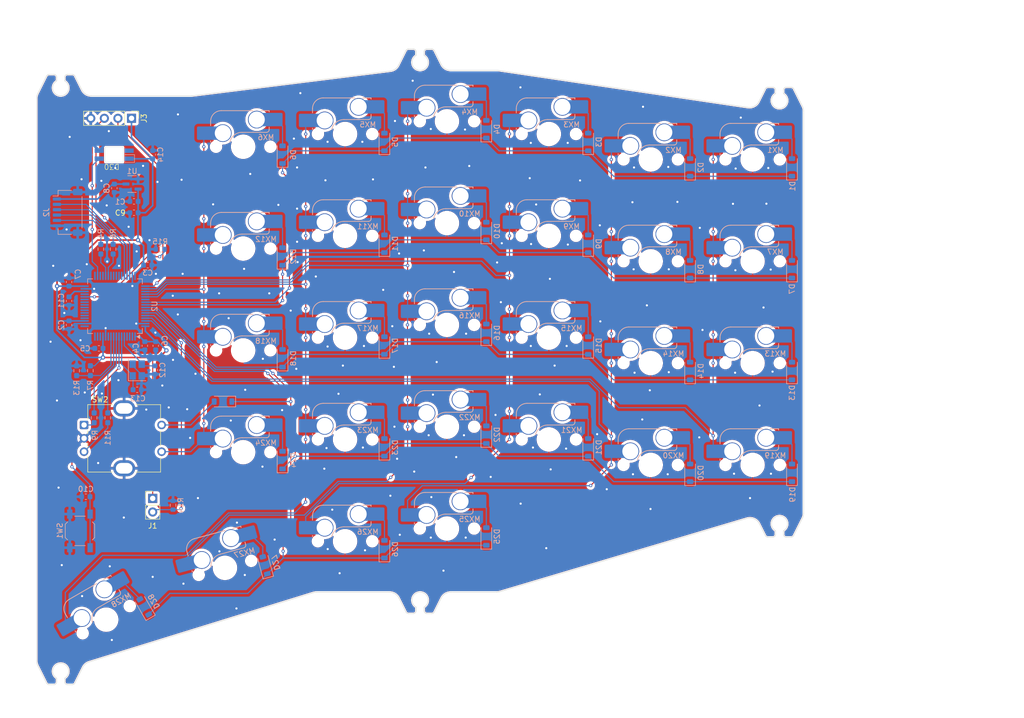
<source format=kicad_pcb>
(kicad_pcb (version 20240108) (generator "pcbnew") (generator_version "8.0")
  (layers (0 "F.Cu" signal) (31 "B.Cu" signal) (34 "B.Paste" user) (35 "F.Paste" user) (36 "B.SilkS" user "B.Silkscreen") (37 "F.SilkS" user "F.Silkscreen") (38 "B.Mask" user) (39 "F.Mask" user) (44 "Edge.Cuts" user))
  (net 0 "")
  (net 1 "GND")
  (net 2 "/XIN")
  (net 3 "+5V")
  (net 4 "+3V3")
  (net 5 "/IND_LED")
  (net 6 "Net-(D2-A)")
  (net 7 "Net-(D3-A)")
  (net 8 "Net-(D4-A)")
  (net 9 "Net-(D5-A)")
  (net 10 "Net-(D6-A)")
  (net 11 "Net-(D7-A)")
  (net 12 "Net-(D8-A)")
  (net 13 "Net-(D9-A)")
  (net 14 "Net-(D10-A)")
  (net 15 "Net-(D11-A)")
  (net 16 "Net-(D12-A)")
  (net 17 "Net-(D13-A)")
  (net 18 "Net-(D14-A)")
  (net 19 "Net-(D15-A)")
  (net 20 "Net-(D16-A)")
  (net 21 "Net-(D17-A)")
  (net 22 "Net-(D18-A)")
  (net 23 "Net-(D19-A)")
  (net 24 "Net-(D20-A)")
  (net 25 "Net-(D21-A)")
  (net 26 "Net-(D22-A)")
  (net 27 "Net-(D23-A)")
  (net 28 "Net-(D24-A)")
  (net 29 "Net-(D26-A)")
  (net 30 "Net-(D27-A)")
  (net 31 "Net-(D28-A)")
  (net 32 "/USB_D+")
  (net 33 "/USB_D-")
  (net 34 "/SPLIT_TX")
  (net 35 "/SPLIT_RX")
  (net 36 "/ENC_SW_2")
  (net 38 "Net-(U2-VCAP1)")
  (net 39 "/XOUT")
  (net 40 "/HANDEDNESS")
  (net 41 "/nRESET")
  (net 43 "Net-(D1-A)")
  (net 48 "/BOOT0")
  (net 58 "/ROW0")
  (net 59 "/ROW1")
  (net 60 "/ROW2")
  (net 61 "/COL5")
  (net 63 "/UART_TX")
  (net 64 "/UART_RX")
  (net 70 "/SWDIO")
  (net 71 "/SWCLK")
  (net 72 "/BOOT1")
  (net 76 "/ENC_A")
  (net 77 "/ENC_B")
  (net 79 "/ROW3")
  (net 80 "/ROW4")
  (net 81 "/COL0")
  (net 82 "/COL1")
  (net 83 "/COL2")
  (net 84 "/COL3")
  (net 85 "/COL4")
  (net 86 "Net-(R9-Pad1)")
  (net 87 "Net-(R11-Pad2)")
  (net 90 "Net-(D25-A)")
  (footprint "Rotary_Encoder:RotaryEncoder_Bourns_Vertical_PEC12R-3x17F-Sxxxx" (layer "F.Cu") (at 58.871721 96.345)
    (property "Reference" "SW2")
    (property "Value" "Rotary_Encoder_Default")
  )
  (footprint "Connector_PinHeader_2.54mm:PinHeader_1x04_P2.54mm_Vertical" (layer "F.Cu") (at 67.745 38.965 -90)
    (property "Reference" "J3")
    (property "Value" "Conn_01x04_Pin")
  )
  (footprint "Connector_PinHeader_2.54mm:PinHeader_1x02_P2.54mm_Vertical" (layer "F.Cu") (at 71.705 110.09)
    (property "Reference" "J1")
    (property "Value" "Conn_01x02_Pin" (hide yes))
  )
  (footprint "lib-zegonix:SK6812MINI-E_3.2x2.8_reverse_mount" (layer "F.Cu") (at 64.505 45.765 180)
    (property "Reference" "D30")
    (property "Value" "~")
    (fp_line (start 1.7 -1.35) (end 1.7 1.35) (stroke (width 0.05)) (layer "Edge.Cuts"))
    (fp_line (start 1.6 1.45) (end -1.6 1.45) (stroke (width 0.05)) (layer "Edge.Cuts"))
    (fp_line (start -1.6 -1.45) (end 1.6 -1.45) (stroke (width 0.05)) (layer "Edge.Cuts"))
    (fp_line (start -1.7 1.35) (end -1.7 -1.35) (stroke (width 0.05)) (layer "Edge.Cuts"))
    (fp_arc (start 1.7 1.35) (mid 1.670711 1.420711) (end 1.6 1.45) (stroke (width 0.05)) (layer "Edge.Cuts"))
    (fp_arc (start 1.6 -1.45) (mid 1.670711 -1.420711) (end 1.7 -1.35) (stroke (width 0.05)) (layer "Edge.Cuts"))
    (fp_arc (start -1.6 1.45) (mid -1.670711 1.420711) (end -1.7 1.35) (stroke (width 0.05)) (layer "Edge.Cuts"))
    (fp_arc (start -1.7 -1.35) (mid -1.670711 -1.420711) (end -1.6 -1.45) (stroke (width 0.05)) (layer "Edge.Cuts"))
  )
  (footprint "Diode_SMD:D_SOD-123" (layer "B.Cu") (at 95.985 83.8725 90)
    (property "Reference" "D18")
    (property "Value" "D_Small")
  )
  (footprint "Capacitor_SMD:C_0603_1608Metric" (layer "B.Cu") (at 70.775 66.445)
    (property "Reference" "C3")
    (property "Value" "100n")
  )
  (footprint "PCM_marbastlib-mx:SW_MX_HS_1u" (layer "B.Cu") (at 183.875 65.71375 180)
    (property "Reference" "MX7")
    (property "Value" "MX_SW_HS")
  )
  (footprint "Button_Switch_SMD:SW_SPST_TL3342" (layer "B.Cu") (at 58.105 116.165 -90)
    (property "Reference" "SW1")
    (property "Value" "SW_Push")
  )
  (footprint "Capacitor_SMD:C_0603_1608Metric" (layer "B.Cu") (at 59.205 109.765 180)
    (property "Reference" "C10")
    (property "Value" "100n")
  )
  (footprint "PCM_marbastlib-mx:SW_MX_HS_1u" (layer "B.Cu") (at 85.218147 123.078777 -165)
    (property "Reference" "MX27")
    (property "Value" "MX_SW_HS")
  )
  (footprint "Diode_SMD:D_SOD-123" (layer "B.Cu") (at 153.135 62.44125 90)
    (property "Reference" "D9")
    (property "Value" "D_Small")
  )
  (footprint "PCM_marbastlib-mx:SW_MX_HS_1u" (layer "B.Cu") (at 126.725 115.72 180)
    (property "Reference" "MX25")
    (property "Value" "MX_SW_HS")
  )
  (footprint "Package_QFP:LQFP-64_10x10mm_P0.5mm" (layer "B.Cu") (at 64.655 74.12 90)
    (property "Reference" "U2")
    (property "Value" "STM32F401RCTx")
  )
  (footprint "Diode_SMD:D_SOD-123" (layer "B.Cu") (at 115.035 100.54125 90)
    (property "Reference" "D23")
    (property "Value" "D_Small")
  )
  (footprint "Capacitor_SMD:C_0603_1608Metric" (layer "B.Cu") (at 72.275 81.525 -90)
    (property "Reference" "C6")
    (property "Value" "100n")
  )
  (footprint "Capacitor_SMD:C_0603_1608Metric" (layer "B.Cu") (at 61.645 82.015 180)
    (property "Reference" "C5")
    (property "Value" "100n")
  )
  (footprint "Diode_SMD:D_SOD-123" (layer "B.Cu") (at 95.985 64.8225 90)
    (property "Reference" "D12")
    (property "Value" "D_Small")
  )
  (footprint "Resistor_SMD:R_0603_1608Metric_Pad0.98x0.95mm_HandSolder" (layer "B.Cu") (at 60.76 95.005 90)
    (property "Reference" "R9")
    (property "Value" "10K")
  )
  (footprint "Diode_SMD:D_SOD-123" (layer "B.Cu") (at 115.035 81.49125 90)
    (property "Reference" "D17")
    (property "Value" "D_Small")
  )
  (footprint "Diode_SMD:D_SOD-123" (layer "B.Cu") (at 84.855 91.965 180)
    (property "Reference" "D29" (hide yes))
    (property "Value" "D_Small")
  )
  (footprint "Capacitor_SMD:C_0603_1608Metric" (layer "B.Cu") (at 56.065 73.145 -90)
    (property "Reference" "C11")
    (property "Value" "100n")
  )
  (footprint "Capacitor_SMD:C_0603_1608Metric" (layer "B.Cu") (at 71.705 45.765 90)
    (property "Reference" "C14")
    (property "Value" "100n")
  )
  (footprint "Crystal:Crystal_SMD_3225-4Pin_3.2x2.5mm" (layer "B.Cu") (at 68.805 86.065 90)
    (property "Reference" "Y1" (hide yes))
    (property "Value" "8MHz")
  )
  (footprint "Resistor_SMD:R_0603_1608Metric_Pad0.98x0.95mm_HandSolder" (layer "B.Cu") (at 63.305 95.005 -90)
    (property "Reference" "R11")
    (property "Value" "10K")
  )
  (footprint "PCM_marbastlib-mx:SW_MX_HS_1u" (layer "B.Cu") (at 164.825 84.76375 180)
    (property "Reference" "MX14")
    (property "Value" "MX_SW_HS")
  )
  (footprint "PCM_marbastlib-mx:SW_MX_HS_1u" (layer "B.Cu") (at 145.775 60.95125 180)
    (property "Reference" "MX9")
    (property "Value" "MX_SW_HS")
  )
  (footprint "PCM_marbastlib-mx:SW_MX_HS_1u" (layer "B.Cu") (at 88.625 82.3825 180)
    (property "Reference" "MX18")
    (property "Value" "MX_SW_HS")
  )
  (footprint "Capacitor_SMD:C_0603_1608Metric" (layer "B.Cu") (at 68.205 54.515 180)
    (property "Reference" "C1")
    (property "Value" "10u")
  )
  (footprint "PCM_marbastlib-mx:SW_MX_HS_1u" (layer "B.Cu") (at 107.675 99.05125 180)
    (property "Reference" "MX23")
    (property "Value" "MX_SW_HS")
  )
  (footprint "PCM_marbastlib-mx:SW_MX_HS_1u" (layer "B.Cu") (at 88.625 63.3325 180)
    (property "Reference" "MX12")
    (property "Value" "MX_SW_HS")
  )
  (footprint "PCM_marbastlib-mx:SW_MX_HS_1u" (layer "B.Cu") (at 145.775 80.00125 180)
    (property "Reference" "MX15")
    (property "Value" "MX_SW_HS")
  )
  (footprint "Capacitor_SMD:C_0603_1608Metric" (layer "B.Cu") (at 70.235 81.525 -90)
    (property "Reference" "C4")
    (property "Value" "100n")
  )
  (footprint "Diode_SMD:D_SOD-123" (layer "B.Cu") (at 191.235 48.15375 90)
    (property "Reference" "D1")
    (property "Value" "D_Small")
  )
  (footprint "Resistor_SMD:R_0603_1608Metric_Pad0.98x0.95mm_HandSolder" (layer "B.Cu") (at 62.005 63.445 -90)
    (property "Reference" "R4")
    (property "Value" "1k")
  )
  (footprint "Diode_SMD:D_SOD-123" (layer "B.Cu") (at 134.085 41.01 90)
    (property "Reference" "D4")
    (property "Value" "D_Small")
  )
  (footprint "Diode_SMD:D_SOD-123" (layer "B.Cu") (at 95.985 45.7725 90)
    (property "Reference" "D6")
    (property "Value" "D_Small")
  )
  (footprint "PCM_marbastlib-mx:SW_MX_HS_1u" (layer "B.Cu") (at 63.012863 132.770355 -150)
    (property "Reference" "MX28")
    (property "Value" "MX_SW_HS")
  )
  (footprint "Resistor_SMD:R_0603_1608Metric" (layer "B.Cu") (at 73.105 63.465 180)
    (property "Reference" "R15")
    (property "Value" "10k")
  )
  (footprint "PCM_marbastlib-mx:SW_MX_HS_1u" (layer "B.Cu") (at 145.775 99.05125 180)
    (property "Reference" "MX21")
    (property "Value" "MX_SW_HS")
  )
  (footprint "PCM_marbastlib-mx:SW_MX_HS_1u" (layer "B.Cu") (at 145.775 41.90125 180)
    (property "Reference" "MX3")
    (property "Value" "MX_SW_HS")
  )
  (footprint "Diode_SMD:D_SOD-123" (layer "B.Cu") (at 172.185 105.30375 90)
    (property "Reference" "D20")
    (property "Value" "D_Small")
  )
  (footprint "Connector_JST:JST_SH_SM06B-SRSS-TB_1x06-1MP_P1.00mm_Horizontal" (layer "B.Cu") (at 55.805 56.565 -90)
    (property "Reference" "J2")
    (property "Value" "Conn_01x06_MountingPin")
  )
  (footprint "Diode_SMD:D_SOD-123" (layer "B.Cu") (at 191.235 67.20375 90)
    (property "Reference" "D7")
    (property "Value" "D_Small")
  )
  (footprint "Resistor_SMD:R_0603_1608Metric_Pad0.98x0.95mm_HandSolder" (layer "B.Cu") (at 64.305 63.445 -90)
    (property "Reference" "R6")
    (property "Value" "1k")
  )
  (footprint "Diode_SMD:D_SOD-123" (layer "B.Cu") (at 153.135 43.39125 90)
    (property "Reference" "D3")
    (property "Value" "D_Small")
  )
  (footprint "Diode_SMD:D_SOD-123" (layer "B.Cu") (at 134.085 60.06 90)
    (property "Reference" "D10")
    (property "Value" "D_Small")
  )
  (footprint "Resistor_SMD:R_0603_1608Metric_Pad0.98x0.95mm_HandSolder" (layer "B.Cu") (at 57.485 86.1925 90)
    (property "Reference" "R13")
    (property "Value" "5.1k")
  )
  (footprint "Capacitor_SMD:C_0603_1608Metric" (layer "B.Cu") (at 64.535 52.045 -90)
    (property "Reference" "C8")
    (property "Value" "1u")
  )
  (footprint "Diode_SMD:D_SOD-123" (layer "B.Cu") (at 115.035 119.59125 90)
    (property "Reference" "D26")
    (property "Value" "D_Small")
  )
  (footprint "Diode_SMD:D_SOD-123" (layer "B.Cu") (at 153.135 100.54125 90)
    (property "Reference" "D21")
    (property "Value" "D_Small")
  )
  (footprint "Diode_SMD:D_SOD-123" (layer "B.Cu") (at 70.13181 130.380733 120)
    (property "Reference" "D28")
    (property "Value" "D_Small")
  )
  (footprint "Capacitor_SMD:C_0603_1608Metric" (layer "B.Cu") (at 68.805 89.755 180)
    (property "Reference" "C13")
    (property "Value" "12p")
  )
  (footprint "Diode_SMD:D_SOD-123" (layer "B.Cu") (at 172.185 67.20375 90)
    (property "Reference" "D8")
    (property "Value" "D_Small")
  )
  (footprint "PCM_marbastlib-mx:SW_MX_HS_1u" (layer "B.Cu") (at 183.875 84.76375 180)
    (property "Reference" "MX13")
    (property "Value" "MX_SW_HS")
  )
  (footprint "PCM_marbastlib-mx:SW_MX_HS_1u" (layer "B.Cu") (at 164.825 103.81375 180)
    (property "Reference" "MX20")
    (property "Value" "MX_SW_HS")
  )
  (footprint "Diode_SMD:D_SOD-123" (layer "B.Cu") (at 134.085 98.16 90)
    (property "Reference" "D22")
    (property "Value" "D_Small")
  )
  (footprint "Diode_SMD:D_SOD-123" (layer "B.Cu") (at 134.085 117.21 90)
    (property "Reference" "D25")
    (property "Value" "D_Small")
  )
  (footprint "PCM_marbastlib-mx:SW_MX_HS_1u" (layer "B.Cu") (at 126.725 58.57 180)
    (property "Reference" "MX10")
    (property "Value" "MX_SW_HS")
  )
  (footprint "PCM_marbastlib-mx:SW_MX_HS_1u" (layer "B.Cu") (at 88.625 101.4325 180)
    (property "Reference" "MX24")
    (property "Value" "MX_SW_HS")
  )
  (footprint "Resistor_SMD:R_0603_1608Metric" (layer "B.Cu") (at 75.505 111.365 90)
    (property "Reference" "R14")
    (property "Value" "10k")
  )
  (footprint "PCM_marbastlib-mx:SW_MX_HS_1u" (layer "B.Cu") (at 126.725 39.52 180)
    (property "Reference" "MX4")
    (property "Value" "MX_SW_HS")
  )
  (footprint "Capacitor_SMD:C_0603_1608Metric" (layer "B.Cu") (at 56.065 69.595 90)
    (property "Reference" "C7")
    (property "Value" "100n")
  )
  (footprint "Capacitor_SMD:C_0603_1608Metric" (layer "B.Cu") (at 68.205 56.635 180)
    (property "Reference" "C9")
    (property "Value" "1u")
  )
  (footprint "PCM_marbastlib-mx:SW_MX_HS_1u" (layer "B.Cu") (at 107.675 60.95125 180)
    (property "Reference" "MX11")
    (property "Value" "MX_SW_HS")
  )
  (footprint "PCM_marbastlib-mx:SW_MX_HS_1u" (layer "B.Cu") (at 107.675 80.00125 180)
    (property "Reference" "MX17")
    (property "Value" "MX_SW_HS")
  )
  (footprint "Diode_SMD:D_SOD-123" (layer "B.Cu") (at 134.085 79.11 90)
    (property "Reference" "D16")
    (property "Value" "D_Small")
  )
  (footprint "PCM_marbastlib-mx:SW_MX_HS_1u" (layer "B.Cu") (at 107.675 41.90125 180)
    (property "Reference" "MX5")
    (property "Value" "MX_SW_HS")
  )
  (footprint "Diode_SMD:D_SOD-123" (layer "B.Cu") (at 191.235 105.30375 90)
    (property "Reference" "D19")
    (property "Value" "D_Small")
  )
  (footprint "PCM_marbastlib-mx:SW_MX_HS_1u" (layer "B.Cu") (at 164.825 65.71375 180)
    (property "Reference" "MX8")
    (property "Value" "MX_SW_HS")
  )
  (footprint "PCM_marbastlib-mx:SW_MX_HS_1u" (layer "B.Cu") (at 183.875 46.66375 180)
    (property "Reference" "MX1")
    (property "Value" "MX_SW_HS")
  )
  (footprint "Capacitor_SMD:C_0603_1608Metric" (layer "B.Cu") (at 72.105 86.065 90)
    (property "Reference" "C12")
    (property "Value" "12p")
  )
  (footprint "Capacitor_SMD:C_0603_1608Metric" (layer "B.Cu") (at 56.065 77.635 -90)
    (property "Reference" "C2")
    (property "Value" "100n")
  )
  (footprint "Diode_SMD:D_SOD-123" (layer "B.Cu") (at 95.985 102.9225 90)
    (property "Reference" "D24")
    (property "Value" "D_Small")
  )
  (footprint "PCM_marbastlib-mx:SW_MX_HS_1u" (layer "B.Cu") (at 107.675 118.10125 180)
    (property "Reference" "MX26")
    (property "Value" "MX_SW_HS")
  )
  (footprint "PCM_marbastlib-mx:SW_MX_HS_1u" (layer "B.Cu") (at 164.825 46.66375 180)
    (property "Reference" "MX2")
    (property "Value" "MX_SW_HS")
  )
  (footprint "Diode_SMD:D_SOD-123" (layer "B.Cu") (at 153.135 81.49125 90)
    (property "Reference" "D15")
    (property "Value" "D_Small")
  )
  (footprint "Diode_SMD:D_SOD-123" (layer "B.Cu") (at 172.185 86.25375 90)
    (property "Reference" "D14")
    (property "Value" "D_Small")
  )
  (footprint "Diode_SMD:D_SOD-123" (layer "B.Cu") (at 172.185 48.15375 90)
    (property "Reference" "D2")
    (property "Value" "D_Small")
  )
  (footprint "Package_TO_SOT_SMD:SOT-23-3" (layer "B.Cu") (at 67.8375 51.265 180)
    (property "Reference" "U1")
    (property "Value" "XC6206PxxxMR" (hide yes))
  )
  (footprint "Diode_SMD:D_SOD-123" (layer "B.Cu") (at 191.235 86.25375 90)
    (property "Reference" "D13")
    (property "Value" "D_Small")
  )
  (footprint "PCM_marbastlib-mx:SW_MX_HS_1u" (layer "B.Cu") (at 183.875 103.81375 180)
    (property "Reference" "MX19")
    (property "Value" "MX_SW_HS")
  )
  (footprint "Diode_SMD:D_SOD-123" (layer "B.Cu") (at 92.713001 122.613098 105)
    (property "Reference" "D27")
    (property "Value" "D_Small")
  )
  (footprint "Diode_SMD:D_SOD-123" (layer "B.Cu") (at 115.035 62.44125 90)
    (property "Reference" "D11")
    (property "Value" "D_Small")
  )
  (footprint "PCM_marbastlib-mx:SW_MX_HS_1u" (layer "B.Cu") (at 88.625 44.2825 180)
    (property "Reference" "MX6")
    (property "Value" "MX_SW_HS")
  )
  (footprint "PCM_marbastlib-mx:SW_MX_HS_1u" (layer "B.Cu") (at 126.725 96.67 180)
    (property "Reference" "MX22")
    (property "Value" "MX_SW_HS")
  )
  (footprint "Resistor_SMD:R_0603_1608Metric_Pad0.98x0.95mm_HandSolder" (layer "B.Cu") (at 60.055 86.185 -90)
    (property "Reference" "R7")
    (property "Value" "5.1k")
  )
  (footprint "Diode_SMD:D_SOD-123" (layer "B.Cu") (at 115.035 43.39125 90)
    (property "Reference" "D5")
    (property "Value" "D_Small")
  )
  (footprint "PCM_marbastlib-mx:SW_MX_HS_1u" (layer "B.Cu") (at 126.725 77.62 180)
    (property "Reference" "MX16")
    (property "Value" "MX_SW_HS")
  )
  (gr_line (start 191.543197 33.421393) (end 193.193855 36.722709) (stroke (width 0.1)) (layer "Edge.Cuts"))
  (gr_line (start 115.968932 127.625) (end 102.332071 127.625) (stroke (width 0.1)) (layer "Edge.Cuts"))
  (gr_line (start 186.714017 33.145) (end 187.655 33.145) (stroke (width 0.1)) (layer "Edge.Cuts"))
  (gr_arc (start 57.143197 144.648607) (mid 56.958847 144.850319) (end 56.695983 144.925) (stroke (width 0.1)) (layer "Edge.Cuts"))
  (gr_arc (start 187.655 33.145) (mid 188.008553 33.291447) (end 188.155 33.645) (stroke (width 0.1)) (layer "Edge.Cuts"))
  (gr_arc (start 189.655 34.34) (mid 188.905 37.150166) (end 188.155 34.34) (stroke (width 0.1)) (layer "Edge.Cuts"))
  (gr_arc (start 122.955 131.625) (mid 122.601447 131.478553) (end 122.455 131.125) (stroke (width 0.1)) (layer "Edge.Cuts"))
  (gr_arc (start 188.155 116.14) (mid 188.905 113.329834) (end 189.655 116.14) (stroke (width 0.1)) (layer "Edge.Cuts"))
  (gr_arc (start 193.405 112.862864) (mid 193.351498 113.32237) (end 193.193854 113.757291) (stroke (width 0.1)) (layer "Edge.Cuts"))
  (gr_arc (start 117.68359 29.03782) (mid 117.050017 29.775992) (end 116.143125 30.127909) (stroke (width 0.1)) (layer "Edge.Cuts"))
  (gr_arc (start 193.193855 36.722709) (mid 193.351491 37.157631) (end 193.405 37.617136) (stroke (width 0.1)) (layer "Edge.Cuts"))
  (gr_arc (start 182.796833 113.812769) (mid 184.162126 113.895058) (end 185.155262 114.835524) (stroke (width 0.1)) (layer "Edge.Cuts"))
  (gr_line (start 122.455 26.495) (end 122.455 27.19) (stroke (width 0.1)) (layer "Edge.Cuts"))
  (gr_line (start 59.821152 140.672708) (end 101.741403 127.714212) (stroke (width 0.1)) (layer "Edge.Cuts"))
  (gr_line (start 53.255 144.925) (end 52.314017 144.925) (stroke (width 0.1)) (layer "Edge.Cuts"))
  (gr_line (start 79.218712 34.749516) (end 116.143125 30.127909) (stroke (width 0.1)) (layer "Edge.Cuts"))
  (gr_line (start 55.255 144.425) (end 55.255 143.729999) (stroke (width 0.1)) (layer "Edge.Cuts"))
  (gr_line (start 55.755 30.765) (end 56.695983 30.765) (stroke (width 0.1)) (layer "Edge.Cuts"))
  (gr_arc (start 79.218712 34.749516) (mid 79.094758 34.761125) (end 78.970322 34.765) (stroke (width 0.1)) (layer "Edge.Cuts"))
  (gr_line (start 122.955 25.995) (end 123.895983 25.995) (stroke (width 0.1)) (layer "Edge.Cuts"))
  (gr_line (start 120.955 26.495) (end 120.955 27.19) (stroke (width 0.1)) (layer "Edge.Cuts"))
  (gr_arc (start 191.095983 33.145) (mid 191.358849 33.219675) (end 191.543197 33.421393) (stroke (width 0.1)) (layer "Edge.Cuts"))
  (gr_arc (start 122.455 26.495) (mid 122.601447 26.141447) (end 122.955 25.995) (stroke (width 0.1)) (layer "Edge.Cuts"))
  (gr_arc (start 127.441068 29.995) (mid 126.389606 29.696302) (end 125.652214 28.889427) (stroke (width 0.1)) (layer "Edge.Cuts"))
  (gr_arc (start 51.866803 31.041393) (mid 52.051153 30.839681) (end 52.314017 30.765) (stroke (width 0.1)) (layer "Edge.Cuts"))
  (gr_line (start 78.970322 34.765) (end 60.241068 34.765) (stroke (width 0.1)) (layer "Edge.Cuts"))
  (gr_line (start 122.955 131.625) (end 123.895983 131.625) (stroke (width 0.1)) (layer "Edge.Cuts"))
  (gr_arc (start 53.755 143.729999) (mid 54.505 140.919833) (end 55.255 143.729999) (stroke (width 0.1)) (layer "Edge.Cuts"))
  (gr_line (start 57.143197 31.041393) (end 58.452214 33.659427) (stroke (width 0.1)) (layer "Edge.Cuts"))
  (gr_arc (start 55.255 31.265) (mid 55.401447 30.911447) (end 55.755 30.765) (stroke (width 0.1)) (layer "Edge.Cuts"))
  (gr_arc (start 189.655 33.645) (mid 189.801447 33.291447) (end 190.155 33.145) (stroke (width 0.1)) (layer "Edge.Cuts"))
  (gr_line (start 136.107315 29.995) (end 127.441068 29.995) (stroke (width 0.1)) (layer "Edge.Cuts"))
  (gr_line (start 53.755 144.425) (end 53.755 143.729999) (stroke (width 0.1)) (layer "Edge.Cuts"))
  (gr_arc (start 120.955 130.43) (mid 121.705 127.619834) (end 122.455 130.43) (stroke (width 0.1)) (layer "Edge.Cuts"))
  (gr_arc (start 186.266803 33.421393) (mid 186.451153 33.219681) (end 186.714017 33.145) (stroke (width 0.1)) (layer "Edge.Cuts"))
  (gr_line (start 53.755 31.265) (end 53.755 31.96) (stroke (width 0.1)) (layer "Edge.Cuts"))
  (gr_line (start 186.266803 117.058607) (end 185.155262 114.835524) (stroke (width 0.1)) (layer "Edge.Cuts"))
  (gr_line (start 189.655 116.835) (end 189.655 116.14) (stroke (width 0.1)) (layer "Edge.Cuts"))
  (gr_line (start 124.343197 26.271393) (end 125.652214 28.889427) (stroke (width 0.1)) (layer "Edge.Cuts"))
  (gr_line (start 186.714017 117.335) (end 187.655 117.335) (stroke (width 0.1)) (layer "Edge.Cuts"))
  (gr_arc (start 190.155 117.335) (mid 189.801447 117.188553) (end 189.655 116.835) (stroke (width 0.1)) (layer "Edge.Cuts"))
  (gr_line (start 188.155 33.645) (end 188.155 34.34) (stroke (width 0.1)) (layer "Edge.Cuts"))
  (gr_line (start 189.655 33.645) (end 189.655 34.34) (stroke (width 0.1)) (layer "Edge.Cuts"))
  (gr_line (start 193.405 37.617136) (end 193.405 112.862864) (stroke (width 0.1)) (layer "Edge.Cuts"))
  (gr_line (start 186.266803 33.421393) (end 185.053425 35.848149) (stroke (width 0.1)) (layer "Edge.Cuts"))
  (gr_line (start 191.543197 117.058607) (end 193.193854 113.757291) (stroke (width 0.1)) (layer "Edge.Cuts"))
  (gr_line (start 52.314017 30.765) (end 53.255 30.765) (stroke (width 0.1)) (layer "Edge.Cuts"))
  (gr_line (start 122.455 131.125) (end 122.455 130.43) (stroke (width 0.1)) (layer "Edge.Cuts"))
  (gr_line (start 190.155 33.145) (end 191.095983 33.145) (stroke (width 0.1)) (layer "Edge.Cuts"))
  (gr_line (start 182.796833 113.812769) (end 136.583766 127.542181) (stroke (width 0.1)) (layer "Edge.Cuts"))
  (gr_arc (start 52.314017 144.925) (mid 52.051151 144.850325) (end 51.866803 144.648607) (stroke (width 0.1)) (layer "Edge.Cuts"))
  (gr_arc (start 122.455 27.19) (mid 121.705 30.000166) (end 120.955 27.19) (stroke (width 0.1)) (layer "Edge.Cuts"))
  (gr_arc (start 55.255 31.96) (mid 54.505 34.770166) (end 53.755 31.96) (stroke (width 0.1)) (layer "Edge.Cuts"))
  (gr_arc (start 120.955 131.125) (mid 120.808553 131.478553) (end 120.455 131.625) (stroke (width 0.1)) (layer "Edge.Cuts"))
  (gr_arc (start 125.652214 128.730573) (mid 126.389603 127.923687) (end 127.441068 127.625) (stroke (width 0.1)) (layer "Edge.Cuts"))
  (gr_line (start 136.401082 30.016692) (end 182.970804 36.93203) (stroke (width 0.1)) (layer "Edge.Cuts"))
  (gr_arc (start 53.255 30.765) (mid 53.608553 30.911447) (end 53.755 31.265) (stroke (width 0.1)) (layer "Edge.Cuts"))
  (gr_arc (start 186.714017 117.335) (mid 186.451151 117.260325) (end 186.266803 117.058607) (stroke (width 0.1)) (layer "Edge.Cuts"))
  (gr_arc (start 115.968932 127.625) (mid 117.020382 127.923711) (end 117.757786 128.730573) (stroke (width 0.1)) (layer "Edge.Cuts"))
  (gr_arc (start 56.695983 30.765) (mid 56.958855 30.839668) (end 57.143197 31.041393) (stroke (width 0.1)) (layer "Edge.Cuts"))
  (gr_arc (start 119.514017 131.625) (mid 119.251145 131.550332) (end 119.066803 131.348607) (stroke (width 0.1)) (layer "Edge.Cuts"))
  (gr_arc (start 185.053425 35.848149) (mid 184.187887 36.727812) (end 182.970804 36.93203) (stroke (width 0.1)) (layer "Edge.Cuts"))
  (gr_line (start 51.866803 31.041393) (end 50.216145 34.342709) (stroke (width 0.1)) (layer "Edge.Cuts"))
  (gr_line (start 120.955 131.125) (end 120.955 130.43) (stroke (width 0.1)) (layer "Edge.Cuts"))
  (gr_line (start 57.143197 144.648607) (end 58.622965 141.689069) (stroke (width 0.1)) (layer "Edge.Cuts"))
  (gr_arc (start 188.155 116.835) (mid 188.008553 117.188553) (end 187.655 117.335) (stroke (width 0.1)) (layer "Edge.Cuts"))
  (gr_line (start 188.155 116.835) (end 188.155 116.14) (stroke (width 0.1)) (layer "Edge.Cuts"))
  (gr_arc (start 53.755 144.425) (mid 53.608553 144.778553) (end 53.255 144.925) (stroke (width 0.1)) (layer "Edge.Cuts"))
  (gr_arc (start 136.107315 29.995) (mid 136.254598 30.000432) (end 136.401082 30.016692) (stroke (width 0.1)) (layer "Edge.Cuts"))
  (gr_line (start 51.866803 144.648607) (end 50.216145 141.34729) (stroke (width 0.1)) (layer "Edge.Cuts"))
  (gr_line (start 124.343197 131.348607) (end 125.652214 128.730573) (stroke (width 0.1)) (layer "Edge.Cuts"))
  (gr_line (start 119.066803 131.348607) (end 117.757786 128.730573) (stroke (width 0.1)) (layer "Edge.Cuts"))
  (gr_arc (start 58.622965 141.689069) (mid 59.118076 141.058306) (end 59.821152 140.672708) (stroke (width 0.1)) (layer "Edge.Cuts"))
  (gr_line (start 56.695983 144.925) (end 55.755 144.925) (stroke (width 0.1)) (layer "Edge.Cuts"))
  (gr_arc (start 123.895983 25.995) (mid 124.158855 26.069668) (end 124.343197 26.271393) (stroke (width 0.1)) (layer "Edge.Cuts"))
  (gr_arc (start 101.741403 127.714212) (mid 102.033387 127.647429) (end 102.332071 127.625) (stroke (width 0.1)) (layer "Edge.Cuts"))
  (gr_arc (start 60.241068 34.765) (mid 59.189618 34.466289) (end 58.452214 33.659427) (stroke (width 0.1)) (layer "Edge.Cuts"))
  (gr_arc (start 50.005 35.237136) (mid 50.058502 34.77763) (end 50.216145 34.342709) (stroke (width 0.1)) (layer "Edge.Cuts"))
  (gr_line (start 119.514017 131.625) (end 120.455 131.625) (stroke (width 0.1)) (layer "Edge.Cuts"))
  (gr_arc (start 120.455 25.995) (mid 120.808553 26.141447) (end 120.955 26.495) (stroke (width 0.1)) (layer "Edge.Cuts"))
  (gr_line (start 50.005 140.452863) (end 50.005 35.237136) (stroke (width 0.1)) (layer "Edge.Cuts"))
  (gr_arc (start 119.066803 26.271393) (mid 119.251151 26.069674) (end 119.514017 25.995) (stroke (width 0.1)) (layer "Edge.Cuts"))
  (gr_line (start 136.014192 127.625) (end 127.441068 127.625) (stroke (width 0.1)) (layer "Edge.Cuts"))
  (gr_arc (start 124.343197 131.348607) (mid 124.158849 131.550326) (end 123.895983 131.625) (stroke (width 0.1)) (layer "Edge.Cuts"))
  (gr_arc (start 50.216145 141.34729) (mid 50.05851 140.912368) (end 50.005 140.452863) (stroke (width 0.1)) (layer "Edge.Cuts"))
  (gr_arc (start 55.755 144.925) (mid 55.401447 144.778553) (end 55.255 144.425) (stroke (width 0.1)) (layer "Edge.Cuts"))
  (gr_line (start 119.514017 25.995) (end 120.455 25.995) (stroke (width 0.1)) (layer "Edge.Cuts"))
  (gr_line (start 119.066803 26.271393) (end 117.68359 29.03782) (stroke (width 0.1)) (layer "Edge.Cuts"))
  (gr_line (start 55.255 31.265) (end 55.255 31.96) (stroke (width 0.1)) (layer "Edge.Cuts"))
  (gr_arc (start 191.543197 117.058607) (mid 191.358849 117.260326) (end 191.095983 117.335) (stroke (width 0.1)) (layer "Edge.Cuts"))
  (gr_line (start 191.095983 117.335) (end 190.155 117.335) (stroke (width 0.1)) (layer "Edge.Cuts"))
  (gr_arc (start 136.583766 127.542181) (mid 136.301974 127.604186) (end 136.014192 127.625) (stroke (width 0.1)) (layer "Edge.Cuts"))
  (via (at 89.005 89.765) (size 0.8) (drill 0.4) (layers "F.Cu" "B.Cu") (net 1))
  (via (at 185.915 74.365) (size 0.8) (drill 0.4) (layers "F.Cu" "B.Cu") (net 1))
  (via (at 72.305 68.065) (size 0.8) (drill 0.4) (layers "F.Cu" "B.Cu") (net 1))
  (via (at 60.755 70.87) (size 0.8) (drill 0.4) (layers "F.Cu" "B.Cu") (net 1))
  (via (at 72.605 50.865) (size 0.8) (drill 0.4) (layers "F.Cu" "B.Cu") (net 1))
  (via (at 104.43 119.565) (size 0.8) (drill 0.4) (layers "F.Cu" "B.Cu") (net 1))
  (via (at 104.405 43.365) (size 0.8) (drill 0.4) (layers "F.Cu" "B.Cu") (net 1))
  (via (at 149.33 62.59) (size 0.8) (drill 0.4) (layers "F.Cu" "B.Cu") (net 1))
  (via (at 85.905 76.365) (size 0.8) (drill 0.4) (layers "F.Cu" "B.Cu") (net 1))
  (via (at 187.255 67.265) (size 0.8) (drill 0.4) (layers "F.Cu" "B.Cu") (net 1))
  (via (at 120.315 31.935) (size 0.8) (drill 0.4) (layers "F.Cu" "B.Cu") (net 1))
  (via (at 161.505 105.565) (size 0.8) (drill 0.4) (layers "F.Cu" "B.Cu") (net 1))
  (via (at 74.705 93.065) (size 0.8) (drill 0.4) (layers "F.Cu" "B.Cu") (net 1))
  (via (at 93.505 71.715) (size 0.8) (drill 0.4) (layers "F.Cu" "B.Cu") (net 1))
  (via (at 117.78 64.265) (size 0.8) (drill 0.4) (layers "F.Cu" "B.Cu") (net 1))
  (via (at 111.405 119.79) (size 0.8) (drill 0.4) (layers "F.Cu" "B.Cu") (net 1))
  (via (at 62.105 50.665) (size 0.8) (drill 0.4) (layers "F.Cu" "B.Cu") (net 1))
  (via (at 123.305 98.265) (size 0.8) (drill 0.4) (layers "F.Cu" "B.Cu") (net 1))
  (via (at 65.405 66.565) (size 0.8) (drill 0.4) (layers "F.Cu" "B.Cu") (net 1))
  (via (at 164.105 73.965) (size 0.8) (drill 0.4) (layers "F.Cu" "B.Cu") (net 1))
  (via (at 187.605 86.365) (size 0.8) (drill 0.4) (layers "F.Cu" "B.Cu") (net 1))
  (via (at 92.305 83.965) (size 0.8) (drill 0.4) (layers "F.Cu" "B.Cu") (net 1))
  (via (at 123.805 109.84) (size 0.8) (drill 0.4) (layers "F.Cu" "B.Cu") (net 1))
  (via (at 61.505 103.465) (size 0.8) (drill 0.4) (layers "F.Cu" "B.Cu") (net 1))
  (via (at 123.405 79.265) (size 0.8) (drill 0.4) (layers "F.Cu" "B.Cu") (net 1))
  (via (at 73.505 88.965) (size 0.8) (drill 0.4) (layers "F.Cu" "B.Cu") (net 1))
  (via (at 149.105 81.565) (size 0.8) (drill 0.4) (layers "F.Cu" "B.Cu") (net 1))
  (via (at 140.505 111.065) (size 0.8) (drill 0.4) (layers "F.Cu" "B.Cu") (net 1))
  (via (at 99.315 34.255) (size 0.8) (drill 0.4) (layers "F.Cu" "B.Cu") (net 1))
  (via (at 136.805 73.365) (size 0.8) (drill 0.4) (layers "F.Cu" "B.Cu") (net 1))
  (via (at 144.085 90.625) (size 0.8) (drill 0.4) (layers "F.Cu" "B.Cu") (net 1))
  (via (at 130.105 41.065) (size 0.8) (drill 0.4) (layers "F.Cu" "B.Cu") (net 1))
  (via (at 142.205 50.165) (size 0.8) (drill 0.4) (layers "F.Cu" "B.Cu") (net 1))
  (via (at 161.805 86.565) (size 0.8) (drill 0.4) (layers "F.Cu" "B.Cu") (net 1))
  (via (at 77.105 50.465) (size 0.8) (drill 0.4) (layers "F.Cu" "B.Cu") (net 1))
  (via (at 168.105 48.065) (size 0.8) (drill 0.4) (layers "F.Cu" "B.Cu") (net 1))
  (via (at 98.555 85.84) (size 0.8) (drill 0.4) (layers "F.Cu" "B.Cu") (net 1))
  (via (at 66.305 113.665) (size 0.8) (drill 0.4) (layers "F.Cu" "B.Cu") (net 1))
  (via (at 62.905 78.22) (size 0.8) (drill 0.4) (layers "F.Cu" "B.Cu") (net 1))
  (via (at 87.455 114.615) (size 0.8) (drill 0.4) (layers "F.Cu" "B.Cu") (net 1))
  (via (at 80.165 110.025) (size 0.8) (drill 0.4) (layers "F.Cu" "B.Cu") (net 1))
  (via (at 53.805 91.765) (size 0.8) (drill 0.4) (layers "F.Cu" "B.Cu") (net 1))
  (via (at 114.805 71.065) (size 0.8) (drill 0.4) (layers "F.Cu" "B.Cu") (net 1))
  (via (at 68.705 63.865) (size 0.8) (drill 0.4) (layers "F.Cu" "B.Cu") (net 1))
  (via (at 97.505 74.945) (size 0.8) (drill 0.4) (layers "F.Cu" "B.Cu") (net 1))
  (via (at 149.305 43.565) (size 0.8) (drill 0.4) (layers "F.Cu" "B.Cu") (net 1))
  (via (at 129.905 98.265) (size 0.8) (drill 0.4) (layers "F.Cu" "B.Cu") (net 1))
  (via (at 145.975 69.005) (size 0.8) (drill 0.4) (layers "F.Cu" "B.Cu") (net 1))
  (via (at 78.155 93.395) (size 0.8) (drill 0.4) (layers "F.Cu" "B.Cu") (net 1))
  (via (at 98.705 48.165) (size 0.8) (drill 0.4) (layers "F.Cu" "B.Cu") (net 1))
  (via (at 58.405 50.365) (size 0.8) (drill 0.4) (layers "F.Cu" "B.Cu") (net 1))
  (via (at 122.405 63.685) (size 0.8) (drill 0.4) (layers "F.Cu" "B.Cu") (net 1))
  (via (at 161.405 54.665) (size 0.8) (drill 0.4) (layers "F.Cu" "B.Cu") (net 1))
  (via (at 64.065 136.575) (size 0.8) (drill 0.4) (layers "F.Cu" "B.Cu") (net 1))
  (via (at 58.505 128.365) (size 0.8) (drill 0.4) (layers "F.Cu" "B.Cu") (net 1))
  (via (at 173.905 98.665) (size 0.8) (drill 0.4) (layers "F.Cu" "B.Cu") (net 1))
  (via (at 59.005 90.265) (size 0.8) (drill 0.4) (layers "F.Cu" "B.Cu") (net 1))
  (via (at 146.855 85.235) (size 0.8) (drill 0.4) (layers "F.Cu" "B.Cu") (net 1))
  (via (at 75.505 84.165) (size 0.8) (drill 0.4) (layers "F.Cu" "B.Cu") (net 1))
  (via (at 94.505 117.79) (size 0.8) (drill 0.4) (layers "F.Cu" "B.Cu") (net 1))
  (via (at 65.305 87.965) (size 0.8) (drill 0.4) (layers "F.Cu" "B.Cu") (net 1))
  (via (at 134.905 106.065) (size 0.8) (drill 0.4) (layers "F.Cu" "B.Cu") (net 1))
  (via (at 145.295 119.395) (size 0.8) (drill 0.4) (layers "F.Cu" "B.Cu") (net 1))
  (via (at 79.705 86.765) (size 0.8) (drill 0.4) (layers "F.Cu" "B.Cu") (net 1))
  (via (at 163.385 36.805) (size 0.8) (drill 0.4) (layers "F.Cu" "B.Cu") (net 1))
  (via (at 164.785 112.065) (size 0.8) (drill 0.4) (layers "F.Cu" "B.Cu") (net 1))
  (via (at 88.795 67.135) (size 0.8) (drill 0.4) (layers "F.Cu" "B.Cu") (net 1))
  (via (at 123.705 117.415) (size 0.8) (drill 0.4) (layers "F.Cu" "B.Cu") (net 1))
  (via (at 130.895 47.885) (size 0.8) (drill 0.4) (layers "F.Cu" "B.Cu") (net 1))
  (via (at 128.455 102.345) (size 0.8) (drill 0.4) (layers "F.Cu" "B.Cu") (net 1))
  (via (at 88.93 124.415) (size 0.8) (drill 0.4) (layers "F.Cu" "B.Cu") (net 1))
  (via (at 107.265 85.235) (size 0.8) (drill 0.4) (layers "F.Cu" "B.Cu") (net 1))
  (via (at 92.23 104.14) (size 0.8) (drill 0.4) (layers "F.Cu" "B.Cu") (net 1))
  (via (at 67.905 70.345) (size 0.8) (drill 0.4) (layers "F.Cu" "B.Cu") (net 1))
  (via (at 59.38 66.265) (size 0.8) (drill 0.4) (layers "F.Cu" "B.Cu") (net 1))
  (via (at 146.115 104.655) (size 0.8) (drill 0.4) (layers "F.Cu" "B.Cu") (net 1))
  (via (at 126.075 123.605) (size 0.8) (drill 0.4) (layers "F.Cu" "B.Cu") (net 1))
  (via (at 98.705 62.065) (size 0.8) (drill 0.4) (layers "F.Cu" "B.Cu") (net 1))
  (via (at 54.105 108.065) (size 0.8) (drill 0.4) (layers "F.Cu" "B.Cu") (net 1))
  (via (at 52.605 80.765) (size 0.8) (drill 0.4) (layers "F.Cu" "B.Cu") (net 1))
  (via (at 142.405 43.565) (size 0.8) (drill 0.4) (layers "F.Cu" "B.Cu") (net 1))
  (via (at 181.665 38.835) (size 0.8) (drill 0.4) (layers "F.Cu" "B.Cu") (net 1))
  (via (at 143.405 55.09) (size 0.8) (drill 0.4) (layers "F.Cu" "B.Cu") (net 1))
  (via (at 156.605 108.365) (size 0.8) (drill 0.4) (layers "F.Cu" "B.Cu") (net 1))
  (via (at 54.705 122.565) (size 0.8) (drill 0.4) (layers "F.Cu" "B.Cu") (net 1))
  (via (at 180.655 67.39) (size 0.8) (drill 0.4) (layers "F.Cu" "B.Cu") (net 1))
  (via (at 102.205 68.565) (size 0.8) (drill 0.4) (layers "F.Cu" "B.Cu") (net 1))
  (via (at 123.705 40.965) (size 0.8) (drill 0.4) (layers "F.Cu" "B.Cu") (net 1))
  (via (at 63.105 55.265) (size 0.8) (drill 0.4) (layers "F.Cu" "B.Cu") (net 1))
  (via (at 174.505 78.565) (size 0.8) (drill 0.4) (layers "F.Cu" "B.Cu") (net 1))
  (via (at 163.245 95.315) (size 0.8) (drill 0.4) (layers "F.Cu" "B.Cu") (net 1))
  (via (at 68.63 77.37) (size 0.8) (drill 0.4) (layers "F.Cu" "B.Cu") (net 1))
  (via (at 95.205 55.165) (size 0.8) (drill 0.4) (layers "F.Cu" "B.Cu") (net 1))
  (via (at 116.145 109.585) (size 0.8) (drill 0.4) (layers "F.Cu" "B.Cu") (net 1))
  (via (at 174.005 59.465) (size 0.8) (drill 0.4) (layers "F.Cu" "B.Cu") (net 1))
  (via (at 168.205 67.215) (size 0.8) (drill 0.4) (layers "F.Cu" "B.Cu") (net 1))
  (via (at 83.005 55.065) (size 0.8) (drill 0.4) (layers "F.Cu" "B.Cu") (net 1))
  (via (at 104.405 81.665) (size 0.8) (drill 0.4) (layers "F.Cu" "B.Cu") (net 1))
  (via (at 155.305 58.99) (size 0.8) (drill 0.4) (layers "F.Cu" "B.Cu") (net 1))
  (via (at 128.045 67.715) (size 0.8) (drill 0.4) (layers "F.Cu" "B.Cu") (net 1))
  (via (at 111.205 81.565) (size 0.8) (drill 0.4) (layers "F.Cu" "B.Cu") (net 1))
  (via (at 116.805 85.465) (size 0.8) (drill 0.4) (layers "F.Cu" "B.Cu") (net 1))
  (via (at 77.455 126.04) (size 0.8) (drill 0.4) (layers "F.Cu" "B.Cu") (net 1))
  (via (at 71.705 124.765) (size 0.8) (drill 0.4) (layers "F.Cu" "B.Cu") (net 1))
  (via (at 142.405 81.565) (size 0.8) (drill 0.4) (layers "F.Cu" "B.Cu") (net 1))
  (via (at 185.165 92.705) (size 0.8) (drill 0.4) (layers "F.Cu" "B.Cu") (net 1))
  (via (at 124.805 84.565) (size 0.8) (drill 0.4) (layers "F.Cu" "B.Cu") (net 1))
  (via (at 53.105 66.565) (size 0.8) (drill 0.4) (layers "F.Cu" "B.Cu") (net 1))
  (via (at 70.505 93.465) (size 0.8) (drill 0.4) (layers "F.Cu" "B.Cu") (net 1))
  (via (at 120.605 105.065) (size 0.8) (drill 0.4) (layers "F.Cu" "B.Cu") (net 1))
  (via (at 106.445 90.515) (size 0.8) (drill 0.4) (layers "F.Cu" "B.Cu") (net 1))
  (via (at 117.905 116.89) (size 0.8) (drill 0.4) (layers "F.Cu" "B.Cu") (net 1))
  (via (at 186.805 48.265) (size 0.8) (drill 0.4) (layers "F.Cu" "B.Cu") (net 1))
  (via (at 112.895 50.395) (size 0.8) (drill 0.4) (layers "F.Cu" "B.Cu") (net 1))
  (via (at 180.405 105.465) (size 0.8) (drill 0.4) (layers "F.Cu" "B.Cu") (net 1))
  (via (at 168.205 86.465) (size 0.8) (drill 0.4) (layers "F.Cu" "B.Cu") (net 1))
  (via (at 75.455 72.165) (size 0.8) (drill 0.4) (layers "F.Cu" "B.Cu") (net 1))
  (via (at 183.395 110.025) (size 0.8) (drill 0.4) (layers "F.Cu" "B.Cu") (net 1))
  (via (at 56.185 42.445) (size 0.8) (drill 0.4) (layers "F.Cu" "B.Cu") (net 1))
  (via (at 168.005 105.565) (size 0.8) (drill 0.4) (layers "F.Cu" "B.Cu") (net 1))
  (via (at 149.005 100.765) (size 0.8) (drill 0.4) (layers "F.Cu" "B.Cu") (net 1))
  (via (at 62.205 90.465) (size 0.8) (drill 0.4) (layers "F.Cu" "B.Cu") (net 1))
  (via (at 130.305 79.265) (size 0.8) (drill 0.4) (layers "F.Cu" "B.Cu") (net 1))
  (via (at 84.18 119.99) (size 0.8) (drill 0.4) (layers "F.Cu" "B.Cu") (net 1))
  (via (at 69.905 47.865) (size 0.8) (drill 0.4) (layers "F.Cu" "B.Cu") (net 1))
  (via (at 142.805 100.565) (size 0.8) (drill 0.4) (layers "F.Cu" "B.Cu") (net 1))
  (via (at 87.365 130.675) (size 0.8) (drill 0.4) (layers "F.Cu" "B.Cu") (net 1))
  (via (at 180.605 86.565) (size 0.8) (drill 0.4) (layers "F.Cu" "B.Cu") (net 1))
  (via (at 169.815 54.605) (size 0.8) (drill 0.4) (layers "F.Cu" "B.Cu") (net 1))
  (via (at 71.105 61.765) (size 0.8) (drill 0.4) (layers "F.Cu" "B.Cu") (net 1))
  (via (at 161.63 67.215) (size 0.8) (drill 0.4) (layers "F.Cu" "B.Cu") (net 1))
  (via (at 63.68 122.79) (size 0.8) (drill 0.4) (layers "F.Cu" "B.Cu") (net 1))
  (via (at 104.005 50.565) (size 0.8) (drill 0.4) (layers "F.Cu" "B.Cu") (net 1))
  (via (at 98.705 55.865) (size 0.8) (drill 0.4) (layers "F.Cu" "B.Cu") (net 1))
  (via (at 98.105 42.765) (size 0.8) (drill 0.4) (layers "F.Cu" "B.Cu") (net 1))
  (via (at 186.455 54.945) (size 0.8) (drill 0.4) (layers "F.Cu" "B.Cu") (net 1))
  (via (at 111.005 100.565) (size 0.8) (drill 0.4) (layers "F.Cu" "B.Cu") (net 1))
  (via (at 89.945 49.375) (size 0.8) (drill 0.4) (layers "F.Cu" "B.Cu") (net 1))
  (via (at 155.405 76.965) (size 0.8) (drill 0.4) (layers "F.Cu" "B.Cu") (net 1))
  (via (at 136.98 62.34) (size 0.8) (drill 0.4) (layers "F.Cu" "B.Cu") (net 1))
  (via (at 72.205 79.065) (size 0.8) (drill 0.4) (layers "F.Cu" "B.Cu") (net 1))
  (via (at 164.655 89.855) (size 0.8) (drill 0.4) (layers "F.Cu" "B.Cu") (net 1))
  (via (at 63.505 41.365) (size 0.8) (drill 0.4) (layers "F.Cu" "B.Cu") (net 1))
  (via (at 117.405 102.665) (size 0.8) (drill 0.4) (layers "F.Cu" "B.Cu") (net 1))
  (via (at 58.205 80.49) (size 0.8) (drill 0.4) (layers "F.Cu" "B.Cu") (net 1))
  (via (at 136.105 65.94) (size 0.8) (drill 0.4) (layers "F.Cu" "B.Cu") (net 1))
  (via (at 130.23 117.415) (size 0.8) (drill 0.4) (layers "F.Cu" "B.Cu") (net 1))
  (via (at 76.405 75.665) (size 0.8) (drill 0.4) (layers "F.Cu" "B.Cu") (net 1))
  (via (at 105.28 112.19) (size 0.8) (drill 0.4) (layers "F.Cu" "B.Cu") (net 1))
  (via (at 64.705 48.265) (size 0.8) (drill 0.4) (layers "F.Cu" "B.Cu") (net 1))
  (via (at 84.13 71.715) (size 0.8) (drill 0.4) (layers "F.Cu" "B.Cu") (net 1))
  (via (at 98.805 65.865) (size 0.8) (drill 0.4) (layers "F.Cu" "B.Cu") (net 1))
  (via (at 161.705 48.165) (size 0.8) (drill 0.4) (layers "F.Cu" "B.Cu") (net 1))
  (via (at 124.105 90.665) (size 0.8) (drill 0.4) (layers "F.Cu" "B.Cu") (net 1))
  (via (at 142.455 62.49) (size 0.8) (drill 0.4) (layers "F.Cu" "B.Cu") (net 1))
  (via (at 104.205 100.665) (size 0.8) (drill 0.4) (layers "F.Cu" "B.Cu") (net 1))
  (via (at 77.305 68.065) (size 0.8) (drill 0.4) (layers "F.Cu" "B.Cu") (net 1))
  (via (at 55.605 59.765) (size 0.8) (drill 0.4) (layers "F.Cu" "B.Cu") (net 1))
  (via (at 140.465 33.175) (size 0.8) (drill 0.4) (layers "F.Cu" "B.Cu") (net 1))
  (via (at 187.305 105.465) (size 0.8) (drill 0.4) (layers "F.Cu" "B.Cu") (net 1))
  (via (at 154.805 98.065) (size 0.8) (drill 0.4) (layers "F.Cu" "B.Cu") (net 1))
  (via (at 180.205 54.965) (size 0.8) (drill 0.4) (layers "F.Cu" "B.Cu") (net 1))
  (via (at 116.905 96.665) (size 0.8) (drill 0.4) (layers "F.Cu" "B.Cu") (net 1))
  (via (at 55.18 75.39) (size 0.8) (drill 0.4) (layers "F.Cu" "B.Cu") (net 1))
  (via (at 63.205 65.765) (size 0.8) (drill 0.4) (layers "F.Cu" "B.Cu") (net 1))
  (via (at 86.305 95.515) (size 0.8) (drill 0.4) (layers "F.Cu" "B.Cu") (net 1))
  (via (at 151.615 50.595) (size 0.8) (drill 0.4) (layers "F.Cu" "B.Cu") (net 1))
  (via (at 103.795 104.525) (size 0.8) (drill 0.4) (layers "F.Cu" "B.Cu") (net 1))
  (via (at 116.505 77.865) (size 0.8) (drill 0.4) (layers "F.Cu" "B.Cu") (net 1))
  (via (at 110.905 43.365) (size 0.8) (drill 0.4) (layers "F.Cu" "B.Cu") (net 1))
  (via (at 180.705 48.365) (size 0.8) (drill 0.4) (layers "F.Cu" "B.Cu") (net 1))
  (via (at 106.655 124.085) (size 0.8) (drill 0.4) (layers "F.Cu" "B.Cu") (net 1))
  (via (at 95.905 93.565) (size 0.8) (drill 0.4) (layers "F.Cu" "B.Cu") (net 1))
  (via (at 135.805 94.465) (size 0.8) (drill 0.4) (layers "F.Cu" "B.Cu") (net 1))
  (via (at 76.425 38.235) (size 0.8) (drill 0.4) (layers "F.Cu" "B.Cu") (net 1))
  (via (at 117.005 39.465) (size 0.8) (drill 0.4) (layers "F.Cu" "B.Cu") (net 1))
  (via (at 78.705 98.765) (size 0.8) (drill 0.4) (layers "F.Cu" "B.Cu") (net 1))
  (via (at 122.705 48.165) (size 0.8) (drill 0.4) (layers "F.Cu" "B.Cu") (net 1))
  (via (at 67.205 59.265) (size 0.8) (drill 0.4) (layers "F.Cu" "B.Cu") (net 1))
  (segment (start 69.655 86.965) (end 69.655 87.165) (width 0.2) (layer "B.Cu") (net 1))
  (segment (start 69.655 87.165) (end 69.98 86.84) (width 0.2) (layer "B.Cu") (net 1))
  (segment (start 67.955 85.265) (end 69.655 86.965) (width 0.2) (layer "B.Cu") (net 1))
  (segment (start 67.905 70.345) (end 67.905 68.445) (width 0.3) (layer "B.Cu") (net 1))
  (segment (start 62.055 77.37) (end 62.905 78.22) (width 0.3) (layer "B.Cu") (net 1))
  (segment (start 62.905 78.22) (end 62.905 79.795) (width 0.3) (layer "B.Cu") (net 1))
  (segment (start 57.105 77.37) (end 58.98 77.37) (width 0.3) (layer "B.Cu") (net 1))
  (segment (start 69.58 89.755) (end 69.58 87.24) (width 0.2) (layer "B.Cu") (net 1))
  (segment (start 69.98 86.84) (end 72.105 86.84) (width 0.2) (layer "B.Cu") (net 1))
  (segment (start 67.955 84.965) (end 67.955 85.265) (width 0.2) (layer "B.Cu") (net 1))
  (segment (start 56.065 78.41) (end 57.105 77.37) (width 0.3) (layer "B.Cu") (net 1))
  (segment (start 58.98 77.37) (end 62.055 77.37) (width 0.3) (layer "B.Cu") (net 1))
  (segment (start 70.33 77.37) (end 68.63 77.37) (width 0.3) (layer "B.Cu") (net 1))
  (segment (start 69.58 87.24) (end 69.655 87.165) (width 0.2) (layer "B.Cu") (net 1))
  (segment (start 58.98 70.87) (end 60.755 70.87) (width 0.3) (layer "B.Cu") (net 1))
  (segment (start 66.405 81.515) (end 66.405 79.795) (width 0.2) (layer "B.Cu") (net 2))
  (segment (start 69.98 85.29) (end 69.655 84.965) (width 0.2) (layer "B.Cu") (net 2))
  (segment (start 69.655 84.765) (end 66.405 81.515) (width 0.2) (layer "B.Cu") (net 2))
  (segment (start 72.105 85.29) (end 69.98 85.29) (width 0.2) (layer "B.Cu") (net 2))
  (segment (start 70.005 85.315) (end 70.145 85.315) (width 0.2) (layer "B.Cu") (net 2))
  (segment (start 69.655 84.965) (end 69.655 84.765) (width 0.2) (layer "B.Cu") (net 2))
  (segment (start 61.405 54.065) (end 64.2 51.27) (width 0.3) (layer "B.Cu") (net 3))
  (segment (start 53.805 54.065) (end 61.405 54.065) (width 0.3) (layer "B.Cu") (net 3))
  (segment (start 64.2 51.27) (end 64.535 51.27) (width 0.3) (layer "B.Cu") (net 3))
  (segment (start 64.29 51.27) (end 64.535 51.27) (width 0.3) (layer "B.Cu") (net 3))
  (segment (start 64.535 51.27) (end 66.695 51.27) (width 0.3) (layer "B.Cu") (net 3))
  (segment (start 61.425 61.745) (end 68.955 61.745) (width 0.3) (layer "F.Cu") (net 4))
  (segment (start 53.82 69.35) (end 61.425 61.745) (width 0.3) (layer "F.Cu") (net 4))
  (segment (start 72.955 83.715) (end 71.705 83.715) (width 0.3) (layer "F.Cu") (net 4))
  (segment (start 74.275 82.395) (end 72.955 83.715) (width 0.3) (layer "F.Cu") (net 4))
  (segment (start 71.705 110.09) (end 71.705 83.715) (width 0.2) (layer "F.Cu") (net 4))
  (segment (start 53.82 70.37) (end 53.82 69.35) (width 0.3) (layer "F.Cu") (net 4))
  (segment (start 71.705 83.715) (end 62.405 83.715) (width 0.3) (layer "F.Cu") (net 4))
  (via (at 74.275 82.395) (size 0.8) (drill 0.4) (layers "F.Cu" "B.Cu") (net 4))
  (via (at 53.82 70.37) (size 0.8) (drill 0.4) (layers "F.Cu" "B.Cu") (net 4))
  (via (at 62.405 83.715) (size 0.8) (drill 0.4) (layers "F.Cu" "B.Cu") (net 4))
  (via (at 68.955 61.745) (size 0.8) (drill 0.4) (layers "F.Cu" "B.Cu") (net 4))
  (segment (start 71.705 55.265) (end 71.705 46.54) (width 0.3) (layer "B.Cu") (net 4))
  (segment (start 68.98 54.515) (end 68.98 56.635) (width 0.3) (layer "B.Cu") (net 4))
  (segment (start 68.975 54.51) (end 68.98 54.515) (width 0.3) (layer "B.Cu") (net 4))
  (segment (start 68.955 61.745) (end 70 62.79) (width 0.3) (layer "B.Cu") (net 4))
  (segment (start 62.405 82.015) (end 62.405 81.965) (width 0.3) (layer "B.Cu") (net 4))
  (segment (start 70 62.79) (end 70 66.445) (width 0.3) (layer "B.Cu") (net 4))
  (segment (start 62.42 82.015) (end 62.42 83.7) (width 0.3) (layer "B.Cu") (net 4))
  (segment (start 68.405 68.445) (end 68.405 68.04) (width 0.3) (layer "B.Cu") (net 4))
  (segment (start 70.33 77.87) (end 70.33 78.805) (width 0.3) (layer "B.Cu") (net 4))
  (segment (start 71.705 46.54) (end 67.33 46.54) (width 0.3) (layer "B.Cu") (net 4))
  (segment (start 60.055 85.2725) (end 60.8475 85.2725) (width 0.2) (layer "B.Cu") (net 4))
  (segment (start 60.8475 85.2725) (end 62.405 83.715) (width 0.2) (layer "B.Cu") (net 4))
  (segment (start 62.405 82) (end 62.42 82.015) (width 0.3) (layer "B.Cu") (net 4))
  (segment (start 67.745 38.965) (end 67.745 42.58) (width 0.3) (layer "B.Cu") (net 4))
  (segment (start 68.975 52.215) (end 68.975 54.51) (width 0.3) (layer "B.Cu") (net 4))
  (segment (start 68.405 68.04) (end 70 66.445) (width 0.3) (layer "B.Cu") (net 4))
  (segment (start 68.955 56.66) (end 68.98 56.635) (width 0.3) (layer "B.Cu") (net 4))
  (segment (start 53.815 78.595) (end 58.935 83.715) (width 0.3) (layer "B.Cu") (net 4))
  (segment (start 70.235 80.75) (end 72.275 80.75) (width 0.3) (layer "B.Cu") (net 4))
  (segment (start 70.33 78.805) (end 72.275 80.75) (width 0.3) (layer "B.Cu") (net 4))
  (segment (start 53.815 70.375) (end 53.815 78.595) (width 0.3) (layer "B.Cu") (net 4))
  (segment (start 56.075 76.87) (end 56.065 76.86) (width 0.3) (layer "B.Cu") (net 4))
  (segment (start 68.955 61.745) (end 68.955 56.66) (width 0.3) (layer "B.Cu") (net 4))
  (segment (start 67.745 42.58) (end 71.705 46.54) (width 0.3) (layer "B.Cu") (net 4))
  (segment (start 58.98 70.37) (end 56.065 70.37) (width 0.3) (layer "B.Cu") (net 4))
  (segment (start 62.42 83.7) (end 62.405 83.715) (width 0.3) (layer "B.Cu") (net 4))
  (segment (start 74.275 82.395) (end 72.63 80.75) (width 0.3) (layer "B.Cu") (net 4))
  (segment (start 69.28 79.795) (end 70.235 80.75) (width 0.3) (layer "B.Cu") (net 4))
  (segment (start 53.82 70.37) (end 53.815 70.375) (width 0.3) (layer "B.Cu") (net 4))
  (segment (start 56.055 76.87) (end 53.82 76.87) (width 0.3) (layer "B.Cu") (net 4))
  (segment (start 67.33 46.54) (end 67.305 46.515) (width 0.3) (layer "B.Cu") (net 4))
  (segment (start 68.405 79.795) (end 69.28 79.795) (width 0.3) (layer "B.Cu") (net 4))
  (segment (start 56.065 70.37) (end 53.82 70.37) (width 0.3) (layer "B.Cu") (net 4))
  (segment (start 70.335 56.635) (end 71.705 55.265) (width 0.3) (layer "B.Cu") (net 4))
  (segment (start 72.63 80.75) (end 72.275 80.75) (width 0.3) (layer "B.Cu") (net 4))
  (segment (start 58.935 83.715) (end 62.405 83.715) (width 0.3) (layer "B.Cu") (net 4))
  (segment (start 58.98 76.87) (end 56.075 76.87) (width 0.3) (layer "B.Cu") (net 4))
  (segment (start 62.405 79.795) (end 62.405 82) (width 0.3) (layer "B.Cu") (net 4))
  (segment (start 68.98 56.635) (end 70.335 56.635) (width 0.3) (layer "B.Cu") (net 4))
  (segment (start 56.065 76.86) (end 56.055 76.87) (width 0.3) (layer "B.Cu") (net 4))
  (segment (start 60.405 59.765) (end 60.405 51.565) (width 0.2) (layer "F.Cu") (net 5))
  (via (at 60.405 51.565) (size 0.6) (drill 0.3) (layers "F.Cu" "B.Cu") (net 5))
  (via (at 60.405 59.765) (size 0.6) (drill 0.3) (layers "F.Cu" "B.Cu") (net 5))
  (segment (start 60.405 47.815) (end 61.705 46.515) (width 0.2) (layer "B.Cu") (net 5))
  (segment (start 60.505 65.865) (end 60.405 65.765) (width 0.2) (layer "B.Cu") (net 5))
  (segment (start 60.405 65.765) (end 60.405 59.765) (width 0.2) (layer "B.Cu") (net 5))
  (segment (start 61.405 66.765) (end 60.505 65.865) (width 0.2) (layer "B.Cu") (net 5))
  (segment (start 60.405 51.565) (end 60.405 47.815) (width 0.2) (layer "B.Cu") (net 5))
  (segment (start 61.405 68.445) (end 61.405 66.765) (width 0.2) (layer "B.Cu") (net 5))
  (segment (start 170.915 41.58375) (end 172.185 42.85375) (width 0.2) (layer "B.Cu") (net 6))
  (segment (start 172.185 42.85375) (end 172.185 46.50375) (width 0.2) (layer "B.Cu") (net 6))
  (segment (start 151.865 36.82125) (end 153.135 38.09125) (width 0.2) (layer "B.Cu") (net 7))
  (segment (start 153.135 38.09125) (end 153.135 41.74125) (width 0.2) (layer "B.Cu") (net 7))
  (segment (start 132.815 34.44) (end 134.085 35.71) (width 0.2) (layer "B.Cu") (net 8))
  (segment (start 134.085 35.71) (end 134.085 39.36) (width 0.2) (layer "B.Cu") (net 8))
  (segment (start 113.765 36.82125) (end 115.035 38.09125) (width 0.2) (layer "B.Cu") (net 9))
  (segment (start 115.035 38.09125) (end 115.035 41.74125) (width 0.2) (layer "B.Cu") (net 9))
  (segment (start 94.715 39.2025) (end 95.985 40.4725) (width 0.2) (layer "B.Cu") (net 10))
  (segment (start 95.985 40.4725) (end 95.985 44.1225) (width 0.2) (layer "B.Cu") (net 10))
  (segment (start 191.235 61.90375) (end 191.235 65.55375) (width 0.2) (layer "B.Cu") (net 11))
  (segment (start 189.965 60.63375) (end 191.235 61.90375) (width 0.2) (layer "B.Cu") (net 11))
  (segment (start 172.185 61.90375) (end 172.185 65.55375) (width 0.2) (layer "B.Cu") (net 12))
  (segment (start 170.915 60.63375) (end 172.185 61.90375) (width 0.2) (layer "B.Cu") (net 12))
  (segment (start 153.135 57.14125) (end 153.135 60.79125) (width 0.2) (layer "B.Cu") (net 13))
  (segment (start 151.865 55.87125) (end 153.135 57.14125) (width 0.2) (layer "B.Cu") (net 13))
  (segment (start 132.815 53.49) (end 134.085 54.76) (width 0.2) (layer "B.Cu") (net 14))
  (segment (start 134.085 54.76) (end 134.085 58.41) (width 0.2) (layer "B.Cu") (net 14))
  (segment (start 115.035 57.14125) (end 115.035 60.79125) (width 0.2) (layer "B.Cu") (net 15))
  (segment (start 113.765 55.87125) (end 115.035 57.14125) (width 0.2) (layer "B.Cu") (net 15))
  (segment (start 94.715 58.2525) (end 95.985 59.5225) (width 0.2) (layer "B.Cu") (net 16))
  (segment (start 95.985 59.5225) (end 95.985 63.1725) (width 0.2) (layer "B.Cu") (net 16))
  (segment (start 191.235 80.95375) (end 191.235 84.60375) (width 0.2) (layer "B.Cu") (net 17))
  (segment (start 189.965 79.68375) (end 191.235 80.95375) (width 0.2) (layer "B.Cu") (net 17))
  (segment (start 172.185 80.95375) (end 172.185 84.60375) (width 0.2) (layer "B.Cu") (net 18))
  (segment (start 170.915 79.68375) (end 172.185 80.95375) (width 0.2) (layer "B.Cu") (net 18))
  (segment (start 153.135 76.19125) (end 153.135 79.84125) (width 0.2) (layer "B.Cu") (net 19))
  (segment (start 151.865 74.92125) (end 153.135 76.19125) (width 0.2) (layer "B.Cu") (net 19))
  (segment (start 132.815 72.54) (end 134.085 73.81) (width 0.2) (layer "B.Cu") (net 20))
  (segment (start 134.085 73.81) (end 134.085 77.46) (width 0.2) (layer "B.Cu") (net 20))
  (segment (start 113.765 74.92125) (end 115.035 76.19125) (width 0.2) (layer "B.Cu") (net 21))
  (segment (start 115.035 76.19125) (end 115.035 79.84125) (width 0.2) (layer "B.Cu") (net 21))
  (segment (start 94.715 77.3025) (end 95.985 78.5725) (width 0.2) (layer "B.Cu") (net 22))
  (segment (start 95.985 78.5725) (end 95.985 82.2225) (width 0.2) (layer "B.Cu") (net 22))
  (segment (start 191.235 100.00375) (end 191.235 103.65375) (width 0.2) (layer "B.Cu") (net 23))
  (segment (start 189.965 98.73375) (end 191.235 100.00375) (width 0.2) (layer "B.Cu") (net 23))
  (segment (start 170.915 98.73375) (end 172.185 100.00375) (width 0.2) (layer "B.Cu") (net 24))
  (segment (start 172.185 100.00375) (end 172.185 103.65375) (width 0.2) (layer "B.Cu") (net 24))
  (segment (start 153.135 95.24125) (end 153.135 98.89125) (width 0.2) (layer "B.Cu") (net 25))
  (segment (start 151.865 93.97125) (end 153.135 95.24125) (width 0.2) (layer "B.Cu") (net 25))
  (segment (start 134.085 92.86) (end 134.085 96.51) (width 0.2) (layer "B.Cu") (net 26))
  (segment (start 132.815 91.59) (end 134.085 92.86) (width 0.2) (layer "B.Cu") (net 26))
  (segment (start 113.765 93.97125) (end 115.035 95.24125) (width 0.2) (layer "B.Cu") (net 27))
  (segment (start 115.035 95.24125) (end 115.035 98.89125) (width 0.2) (layer "B.Cu") (net 27))
  (segment (start 95.985 97.6225) (end 95.985 101.2725) (width 0.2) (layer "B.Cu") (net 28))
  (segment (start 94.715 96.3525) (end 95.985 97.6225) (width 0.2) (layer "B.Cu") (net 28))
  (segment (start 115.042912 117.933338) (end 115.035 117.94125) (width 0.2) (layer "B.Cu") (net 29))
  (segment (start 115.042912 114.299162) (end 115.042912 117.933338) (width 0.2) (layer "B.Cu") (net 29))
  (segment (start 113.765 113.02125) (end 115.042912 114.299162) (width 0.2) (layer "B.Cu") (net 29))
  (segment (start 89.785835 116.595666) (end 92.28595 119.095781) (width 0.2) (layer "B.Cu") (net 30))
  (segment (start 92.28595 119.095781) (end 92.28595 121.01932) (width 0.2) (layer "B.Cu") (net 30))
  (segment (start 65.746958 125.325946) (end 69.30681 128.885798) (width 0.2) (layer "B.Cu") (net 31))
  (segment (start 69.30681 128.885798) (end 69.30681 128.951791) (width 0.2) (layer "B.Cu") (net 31))
  (segment (start 66.905 62.733628) (end 59.236372 55.065) (width 0.2) (layer "B.Cu") (net 32))
  (segment (start 66.905 68.445) (end 66.905 62.733628) (width 0.2) (layer "B.Cu") (net 32))
  (segment (start 59.236372 55.065) (end 53.805 55.065) (width 0.2) (layer "B.Cu") (net 32))
  (segment (start 66.405 62.799314) (end 59.670686 56.065) (width 0.2) (layer "B.Cu") (net 33))
  (segment (start 59.670686 56.065) (end 53.805 56.065) (width 0.2) (layer "B.Cu") (net 33))
  (segment (start 66.405 68.445) (end 66.405 62.799314) (width 0.2) (layer "B.Cu") (net 33))
  (segment (start 60.105 57.065) (end 53.805 57.065) (width 0.2) (layer "B.Cu") (net 34))
  (segment (start 64.305 61.265) (end 60.105 57.065) (width 0.2) (layer "B.Cu") (net 34))
  (segment (start 64.305 62.5325) (end 64.305 61.265) (width 0.2) (layer "B.Cu") (net 34))
  (segment (start 60.539314 58.065) (end 53.805 58.065) (width 0.2) (layer "B.Cu") (net 35))
  (segment (start 62.005 59.530686) (end 60.539314 58.065) (width 0.2) (layer "B.Cu") (net 35))
  (segment (start 62.005 62.5325) (end 62.005 59.530686) (width 0.2) (layer "B.Cu") (net 35))
  (segment (start 73.371721 96.345) (end 78.825 96.345) (width 0.2) (layer "B.Cu") (net 36))
  (segment (start 78.825 96.345) (end 83.205 91.965) (width 0.2) (layer "B.Cu") (net 36))
  (segment (start 58.98 71.37) (end 57.065 71.37) (width 0.3) (layer "B.Cu") (net 38))
  (segment (start 57.065 71.37) (end 56.065 72.37) (width 0.3) (layer "B.Cu") (net 38))
  (segment (start 68.03 87.24) (end 67.955 87.165) (width 0.2) (layer "B.Cu") (net 39))
  (segment (start 68.03 89.755) (end 68.03 87.24) (width 0.2) (layer "B.Cu") (net 39))
  (segment (start 65.905 85.005) (end 67.955 87.055) (width 0.2) (layer "B.Cu") (net 39))
  (segment (start 65.905 79.795) (end 65.905 85.005) (width 0.2) (layer "B.Cu") (net 39))
  (segment (start 57.485 87.105) (end 60.0475 87.105) (width 0.2) (layer "B.Cu") (net 40))
  (segment (start 63.905 85.14) (end 63.905 79.795) (width 0.2) (layer "B.Cu") (net 40))
  (segment (start 61.9475 87.0975) (end 63.905 85.14) (width 0.2) (layer "B.Cu") (net 40))
  (segment (start 60.0475 87.105) (end 60.055 87.0975) (width 0.2) (layer "B.Cu") (net 40))
  (segment (start 60.055 87.0975) (end 61.9475 87.0975) (width 0.2) (layer "B.Cu") (net 40))
  (segment (start 65.405 85.665) (end 56.605 94.465) (width 0.2) (layer "F.Cu") (net 41))
  (segment (start 56.605 94.465) (end 56.605 104.165) (width 0.2) (layer "F.Cu") (net 41))
  (via (at 65.405 85.665) (size 0.6) (drill 0.3) (layers "F.Cu" "B.Cu") (net 41))
  (via (at 56.605 104.165) (size 0.6) (drill 0.3) (layers "F.Cu" "B.Cu") (net 41))
  (segment (start 60.005 119.315) (end 60.005 113.015) (width 0.2) (layer "B.Cu") (net 41))
  (segment (start 59.98 112.94) (end 59.98 109.765) (width 0.2) (layer "B.Cu") (net 41))
  (segment (start 60.005 112.965) (end 59.98 112.94) (width 0.2) (layer "B.Cu") (net 41))
  (segment (start 65.405 85.665) (end 65.405 79.795) (width 0.2) (layer "B.Cu") (net 41))
  (segment (start 59.98 109.765) (end 59.98 107.54) (width 0.2) (layer "B.Cu") (net 41))
  (segment (start 60.005 113.015) (end 60.005 112.965) (width 0.2) (layer "B.Cu") (net 41))
  (segment (start 59.98 107.54) (end 56.605 104.165) (width 0.2) (layer "B.Cu") (net 41))
  (segment (start 191.235 42.85375) (end 191.235 46.50375) (width 0.2) (layer "B.Cu") (net 43))
  (segment (start 189.965 41.58375) (end 191.235 42.85375) (width 0.2) (layer "B.Cu") (net 43))
  (segment (start 77.075049 80.994951) (end 77.075049 111.894951) (width 0.2) (layer "F.Cu") (net 48))
  (segment (start 77.075049 111.894951) (end 77.005 111.965) (width 0.2) (layer "F.Cu") (net 48))
  (via (at 77.075049 80.994951) (size 0.6) (drill 0.3) (layers "F.Cu" "B.Cu") (net 48))
  (via (at 77.005 111.965) (size 0.6) (drill 0.3) (layers "F.Cu" "B.Cu") (net 48))
  (segment (start 76.78 112.19) (end 75.505 112.19) (width 0.2) (layer "B.Cu") (net 48))
  (segment (start 77.005 111.965) (end 76.78 112.19) (width 0.2) (layer "B.Cu") (net 48))
  (segment (start 71.950098 75.87) (end 77.075049 80.994951) (width 0.2) (layer "B.Cu") (net 48))
  (segment (start 70.33 75.87) (end 71.950098 75.87) (width 0.2) (layer "B.Cu") (net 48))
  (segment (start 75.505 112.19) (end 72.145 112.19) (width 0.2) (layer "B.Cu") (net 48))
  (segment (start 72.145 112.19) (end 71.705 112.63) (width 0.2) (layer "B.Cu") (net 48))
  (segment (start 97.28 50.429675) (end 95.985 49.134675) (width 0.2) (layer "F.Cu") (net 58))
  (segment (start 97.28 70.72) (end 97.28 50.429675) (width 0.2) (layer "F.Cu") (net 58))
  (via (at 95.985 49.134675) (size 0.6) (drill 0.3) (layers "F.Cu" "B.Cu") (net 58))
  (via (at 97.28 70.72) (size 0.6) (drill 0.3) (layers "F.Cu" "B.Cu") (net 58))
  (segment (start 94.63 73.37) (end 70.33 73.37) (width 0.2) (layer "B.Cu") (net 58))
  (segment (start 117.41625 42.66) (end 115.035 45.04125) (width 0.2) (layer "B.Cu") (net 58))
  (segment (start 95.985 49.134675) (end 95.985 47.4225) (width 0.2) (layer "B.Cu") (net 58))
  (segment (start 191.235 49.80375) (end 172.185 49.80375) (width 0.2) (layer "B.Cu") (net 58))
  (segment (start 134.085 42.66) (end 117.41625 42.66) (width 0.2) (layer "B.Cu") (net 58))
  (segment (start 98.36625 45.04125) (end 95.985 47.4225) (width 0.2) (layer "B.Cu") (net 58))
  (segment (start 157.8975 49.80375) (end 153.135 45.04125) (width 0.2) (layer "B.Cu") (net 58))
  (segment (start 115.035 45.04125) (end 98.36625 45.04125) (width 0.2) (layer "B.Cu") (net 58))
  (segment (start 172.185 49.80375) (end 157.8975 49.80375) (width 0.2) (layer "B.Cu") (net 58))
  (segment (start 136.46625 45.04125) (end 134.085 42.66) (width 0.2) (layer "B.Cu") (net 58))
  (segment (start 97.28 70.72) (end 94.63 73.37) (width 0.2) (layer "B.Cu") (net 58))
  (segment (start 153.135 45.04125) (end 136.46625 45.04125) (width 0.2) (layer "B.Cu") (net 58))
  (segment (start 95.992912 73.045) (end 95.992912 68.134675) (width 0.2) (layer "F.Cu") (net 59))
  (via (at 95.992912 68.134675) (size 0.6) (drill 0.3) (layers "F.Cu" "B.Cu") (net 59))
  (via (at 95.992912 73.045) (size 0.6) (drill 0.3) (layers "F.Cu" "B.Cu") (net 59))
  (segment (start 136.46625 64.09125) (end 134.085 61.71) (width 0.2) (layer "B.Cu") (net 59))
  (segment (start 153.135 64.09125) (end 136.46625 64.09125) (width 0.2) (layer "B.Cu") (net 59))
  (segment (start 95.985 68.126763) (end 95.992912 68.134675) (width 0.2) (layer "B.Cu") (net 59))
  (segment (start 157.8975 68.85375) (end 153.135 64.09125) (width 0.2) (layer "B.Cu") (net 59))
  (segment (start 117.41625 61.71) (end 115.035 64.09125) (width 0.2) (layer "B.Cu") (net 59))
  (segment (start 191.235 68.85375) (end 172.185 68.85375) (width 0.2) (layer "B.Cu") (net 59))
  (segment (start 115.035 64.09125) (end 98.36625 64.09125) (width 0.2) (layer "B.Cu") (net 59))
  (segment (start 95.985 66.4725) (end 95.985 68.126763) (width 0.2) (layer "B.Cu") (net 59))
  (segment (start 95.992912 73.045) (end 95.167912 73.87) (width 0.2) (layer "B.Cu") (net 59))
  (segment (start 134.085 61.71) (end 117.41625 61.71) (width 0.2) (layer "B.Cu") (net 59))
  (segment (start 95.167912 73.87) (end 70.33 73.87) (width 0.2) (layer "B.Cu") (net 59))
  (segment (start 98.36625 64.09125) (end 95.985 66.4725) (width 0.2) (layer "B.Cu") (net 59))
  (segment (start 172.185 68.85375) (end 157.8975 68.85375) (width 0.2) (layer "B.Cu") (net 59))
  (segment (start 136.46625 83.14125) (end 134.085 80.76) (width 0.2) (layer "B.Cu") (net 60))
  (segment (start 98.36625 83.14125) (end 95.985 85.5225) (width 0.2) (layer "B.Cu") (net 60))
  (segment (start 153.135 83.14125) (end 136.46625 83.14125) (width 0.2) (layer "B.Cu") (net 60))
  (segment (start 117.41625 80.76) (end 115.035 83.14125) (width 0.2) (layer "B.Cu") (net 60))
  (segment (start 191.235 87.90375) (end 172.185 87.90375) (width 0.2) (layer "B.Cu") (net 60))
  (segment (start 115.035 83.14125) (end 98.36625 83.14125) (width 0.2) (layer "B.Cu") (net 60))
  (segment (start 83.5825 85.5225) (end 72.43 74.37) (width 0.2) (layer "B.Cu") (net 60))
  (segment (start 72.43 74.37) (end 70.33 74.37) (width 0.2) (layer "B.Cu") (net 60))
  (segment (start 157.8975 87.90375) (end 153.135 83.14125) (width 0.2) (layer "B.Cu") (net 60))
  (segment (start 95.985 85.5225) (end 83.5825 85.5225) (width 0.2) (layer "B.Cu") (net 60))
  (segment (start 134.085 80.76) (end 117.41625 80.76) (width 0.2) (layer "B.Cu") (net 60))
  (segment (start 172.185 87.90375) (end 157.8975 87.90375) (width 0.2) (layer "B.Cu") (net 60))
  (segment (start 81.267912 57.762088) (end 81.267912 44.284675) (width 0.2) (layer "F.Cu") (net 61))
  (segment (start 81.267912 96.062088) (end 81.267912 81.672912) (width 0.2) (layer "F.Cu") (net 61))
  (segment (start 81.267912 76.962088) (end 81.265 76.965) (width 0.2) (layer "F.Cu") (net 61))
  (segment (start 81.267912 81.672912) (end 81.265 81.67) (width 0.2) (layer "F.Cu") (net 61))
  (segment (start 81.267912 70.94) (end 81.267912 76.962088) (width 0.2) (layer "F.Cu") (net 61))
  (segment (start 81.265 96.065) (end 81.267912 96.062088) (width 0.2) (layer "F.Cu") (net 61))
  (segment (start 81.267912 63.334675) (end 81.267912 70.94) (width 0.2) (layer "F.Cu") (net 61))
  (segment (start 81.265 57.765) (end 81.267912 57.762088) (width 0.2) (layer "F.Cu") (net 61))
  (via (at 81.267912 63.334675) (size 0.6) (drill 0.3) (layers "F.Cu" "B.Cu") (net 61))
  (via (at 81.265 81.67) (size 0.6) (drill 0.3) (layers "F.Cu" "B.Cu") (net 61))
  (via (at 81.267912 70.94) (size 0.6) (drill 0.3) (layers "F.Cu" "B.Cu") (net 61))
  (via (at 81.267912 44.284675) (size 0.6) (drill 0.3) (layers "F.Cu" "B.Cu") (net 61))
  (via (at 81.265 96.065) (size 0.6) (drill 0.3) (layers "F.Cu" "B.Cu") (net 61))
  (via (at 81.265 57.765) (size 0.6) (drill 0.3) (layers "F.Cu" "B.Cu") (net 61))
  (via (at 81.265 76.965) (size 0.6) (drill 0.3) (layers "F.Cu" "B.Cu") (net 61))
  (segment (start 74.032058 70.94) (end 72.602058 72.37) (width 0.2) (layer "B.Cu") (net 61))
  (segment (start 81.267912 70.94) (end 74.032058 70.94) (width 0.2) (layer "B.Cu") (net 61))
  (segment (start 81.265 76.965) (end 81.265 79.8425) (width 0.2) (layer "B.Cu") (net 61))
  (segment (start 81.265 63.331763) (end 81.267912 63.334675) (width 0.2) (layer "B.Cu") (net 61))
  (segment (start 81.265 44.281763) (end 81.267912 44.284675) (width 0.2) (layer "B.Cu") (net 61))
  (segment (start 81.265 41.7425) (end 81.265 44.281763) (width 0.2) (layer "B.Cu") (net 61))
  (segment (start 81.265 60.7925) (end 81.265 63.331763) (width 0.2) (layer "B.Cu") (net 61))
  (segment (start 73.371721 101.345) (end 78.8125 101.345) (width 0.2) (layer "B.Cu") (net 61))
  (segment (start 81.265 57.765) (end 81.265 60.7925) (width 0.2) (layer "B.Cu") (net 61))
  (segment (start 81.265 81.67) (end 81.265 79.8425) (width 0.2) (layer "B.Cu") (net 61))
  (segment (start 72.602058 72.37) (end 70.33 72.37) (width 0.2) (layer "B.Cu") (net 61))
  (segment (start 78.8125 101.345) (end 81.265 98.8925) (width 0.2) (layer "B.Cu") (net 61))
  (segment (start 81.265 96.065) (end 81.265 98.8925) (width 0.2) (layer "B.Cu") (net 61))
  (segment (start 62.005 65.955) (end 62.005 64.3575) (width 0.2) (layer "B.Cu") (net 63))
  (segment (start 62.905 66.855) (end 62.005 65.955) (width 0.2) (layer "B.Cu") (net 63))
  (segment (start 62.905 68.445) (end 62.905 66.855) (width 0.2) (layer "B.Cu") (net 63))
  (segment (start 64.305 65.955) (end 64.305 64.3575) (width 0.2) (layer "B.Cu") (net 64))
  (segment (start 63.405 68.445) (end 63.405 66.855) (width 0.2) (layer "B.Cu") (net 64))
  (segment (start 63.405 66.855) (end 64.305 65.955) (width 0.2) (layer "B.Cu") (net 64))
  (segment (start 61.105 55.965) (end 61.105 40.525) (width 0.2) (layer "F.Cu") (net 70))
  (segment (start 61.105 40.525) (end 62.665 38.965) (width 0.2) (layer "F.Cu") (net 70))
  (segment (start 62.705 57.565) (end 61.105 55.965) (width 0.2) (layer "F.Cu") (net 70))
  (via (at 62.705 57.565) (size 0.6) (drill 0.3) (layers "F.Cu" "B.Cu") (net 70))
  (segment (start 67.405 62.265) (end 67.405 68.445) (width 0.2) (layer "B.Cu") (net 70))
  (segment (start 62.705 57.565) (end 67.405 62.265) (width 0.2) (layer "B.Cu") (net 70))
  (segment (start 72.505 69.765) (end 73.605 68.665) (width 0.2) (layer "F.Cu") (net 71))
  (segment (start 65.205 40.265) (end 65.205 38.965) (width 0.2) (layer "F.Cu") (net 71))
  (segment (start 73.605 68.665) (end 73.605 48.665) (width 0.2) (layer "F.Cu") (net 71))
  (segment (start 73.605 48.665) (end 65.205 40.265) (width 0.2) (layer "F.Cu") (net 71))
  (via (at 72.505 69.765) (size 0.6) (drill 0.3) (layers "F.Cu" "B.Cu") (net 71))
  (segment (start 71.9 70.37) (end 72.505 69.765) (width 0.2) (layer "B.Cu") (net 71))
  (segment (start 70.33 70.37) (end 71.9 70.37) (width 0.2) (layer "B.Cu") (net 71))
  (segment (start 73.005 64.865) (end 70.705 64.865) (width 0.2) (layer "F.Cu") (net 72))
  (segment (start 70.705 64.865) (end 63.205 72.365) (width 0.2) (layer "F.Cu") (net 72))
  (segment (start 63.205 72.365) (end 60.805 72.365) (width 0.2) (layer "F.Cu") (net 72))
  (via (at 60.805 72.365) (size 0.6) (drill 0.3) (layers "F.Cu" "B.Cu") (net 72))
  (via (at 73.005 64.865) (size 0.6) (drill 0.3) (layers "F.Cu" "B.Cu") (net 72))
  (segment (start 73.005 64.865) (end 73.93 63.94) (width 0.2) (layer "B.Cu") (net 72))
  (segment (start 60.8 72.37) (end 60.805 72.365) (width 0.2) (layer "B.Cu") (net 72))
  (segment (start 73.93 63.94) (end 73.93 63.465) (width 0.2) (layer "B.Cu") (net 72))
  (segment (start 58.98 72.37) (end 60.8 72.37) (width 0.2) (layer "B.Cu") (net 72))
  (segment (start 64.405 85.205686) (end 64.405 79.795) (width 0.2) (layer "B.Cu") (net 76))
  (segment (start 60.76 88.850686) (end 64.405 85.205686) (width 0.2) (layer "B.Cu") (net 76))
  (segment (start 60.76 94.0925) (end 60.76 88.850686) (width 0.2) (layer "B.Cu") (net 76))
  (segment (start 63.305 94.0925) (end 63.305 86.871372) (width 0.2) (layer "B.Cu") (net 77))
  (segment (start 63.305 86.871372) (end 64.905 85.271372) (width 0.2) (layer "B.Cu") (net 77))
  (segment (start 64.905 85.271372) (end 64.905 79.795) (width 0.2) (layer "B.Cu") (net 77))
  (segment (start 98.367912 102.189588) (end 98.36625 102.19125) (width 0.2) (layer "F.Cu") (net 79))
  (segment (start 98.367912 90.884675) (end 98.367912 102.189588) (width 0.2) (layer "F.Cu") (net 79))
  (segment (start 94.192912 86.709675) (end 98.367912 90.884675) (width 0.2) (layer "F.Cu") (net 79))
  (via (at 94.192912 86.709675) (size 0.6) (drill 0.3) (layers "F.Cu" "B.Cu") (net 79))
  (via (at 98.36625 102.19125) (size 0.6) (drill 0.3) (layers "F.Cu" "B.Cu") (net 79))
  (segment (start 115.035 102.19125) (end 98.36625 102.19125) (width 0.2) (layer "B.Cu") (net 79))
  (segment (start 70.33 74.87) (end 72.364314 74.87) (width 0.2) (layer "B.Cu") (net 79))
  (segment (start 136.46625 102.19125) (end 134.085 99.81) (width 0.2) (layer "B.Cu") (net 79))
  (segment (start 191.235 106.95375) (end 172.185 106.95375) (width 0.2) (layer "B.Cu") (net 79))
  (segment (start 83.416814 85.9225) (end 93.405737 85.9225) (width 0.2) (layer "B.Cu") (net 79))
  (segment (start 157.8975 106.95375) (end 153.135 102.19125) (width 0.2) (layer "B.Cu") (net 79))
  (segment (start 72.364314 74.87) (end 83.416814 85.9225) (width 0.2) (layer "B.Cu") (net 79))
  (segment (start 134.085 99.81) (end 117.41625 99.81) (width 0.2) (layer "B.Cu") (net 79))
  (segment (start 98.36625 102.19125) (end 95.985 104.5725) (width 0.2) (layer "B.Cu") (net 79))
  (segment (start 153.135 102.19125) (end 136.46625 102.19125) (width 0.2) (layer "B.Cu") (net 79))
  (segment (start 172.185 106.95375) (end 157.8975 106.95375) (width 0.2) (layer "B.Cu") (net 79))
  (segment (start 93.405737 85.9225) (end 94.192912 86.709675) (width 0.2) (layer "B.Cu") (net 79))
  (segment (start 117.41625 99.81) (end 115.035 102.19125) (width 0.2) (layer "B.Cu") (net 79))
  (segment (start 97.517912 90.959675) (end 93.267912 86.709675) (width 0.2) (layer "F.Cu") (net 80))
  (segment (start 93.267912 86.709675) (end 93.242912 86.709675) (width 0.2) (layer "F.Cu") (net 80))
  (segment (start 96.092912 117.209675) (end 96.092912 119.959675) (width 0.2) (layer "F.Cu") (net 80))
  (segment (start 97.517912 91.965) (end 97.517912 90.959675) (width 0.2) (layer "F.Cu") (net 80))
  (segment (start 97.517912 91.965) (end 97.517912 115.784675) (width 0.2) (layer "F.Cu") (net 80))
  (segment (start 97.517912 115.784675) (end 96.092912 117.209675) (width 0.2) (layer "F.Cu") (net 80))
  (via (at 96.092912 119.959675) (size 0.6) (drill 0.3) (layers "F.Cu" "B.Cu") (net 80))
  (via (at 93.242912 86.709675) (size 0.6) (drill 0.3) (layers "F.Cu" "B.Cu") (net 80))
  (via (at 97.517912 91.965) (size 0.6) (drill 0.3) (layers "F.Cu" "B.Cu") (net 80))
  (segment (start 134.085 118.86) (end 117.41625 118.86) (width 0.2) (layer "B.Cu") (net 80))
  (segment (start 96.105678 119.972441) (end 96.092912 119.959675) (width 0.2) (layer "B.Cu") (net 80))
  (segment (start 74.90681 127.859675) (end 70.95681 131.809675) (width 0.2) (layer "B.Cu") (net 80))
  (segment (start 115.035 121.24125) (end 96.105678 121.24125) (width 0.2) (layer "B.Cu") (net 80))
  (segment (start 96.105678 121.24125) (end 93.140052 124.206876) (width 0.2) (layer "B.Cu") (net 80))
  (segment (start 96.105678 121.24125) (end 96.105678 119.972441) (width 0.2) (layer "B.Cu") (net 80))
  (segment (start 92.855737 86.3225) (end 83.251128 86.3225) (width 0.2) (layer "B.Cu") (net 80))
  (segment (start 83.251128 86.3225) (end 72.298628 75.37) (width 0.2) (layer "B.Cu") (net 80))
  (segment (start 86.505 91.965) (end 97.517912 91.965) (width 0.2) (layer "B.Cu") (net 80))
  (segment (start 93.140052 124.206876) (end 89.487253 127.859675) (width 0.2) (layer "B.Cu") (net 80))
  (segment (start 117.41625 118.86) (end 115.035 121.24125) (width 0.2) (layer "B.Cu") (net 80))
  (segment (start 89.487253 127.859675) (end 74.90681 127.859675) (width 0.2) (layer "B.Cu") (net 80))
  (segment (start 93.242912 86.709675) (end 92.855737 86.3225) (width 0.2) (layer "B.Cu") (net 80))
  (segment (start 72.298628 75.37) (end 70.33 75.37) (width 0.2) (layer "B.Cu") (net 80))
  (segment (start 176.492912 84.759675) (end 176.492912 98.342912) (width 0.2) (layer "F.Cu") (net 81))
  (segment (start 176.517912 60.162088) (end 176.515 60.165) (width 0.2) (layer "F.Cu") (net 81))
  (segment (start 176.492912 65.709675) (end 176.492912 79.442912) (width 0.2) (layer "F.Cu") (net 81))
  (segment (start 176.492912 98.342912) (end 176.515 98.365) (width 0.2) (layer "F.Cu") (net 81))
  (segment (start 176.517912 46.659675) (end 176.517912 60.162088) (width 0.2) (layer "F.Cu") (net 81))
  (segment (start 176.492912 79.442912) (end 176.515 79.465) (width 0.2) (layer "F.Cu") (net 81))
  (via (at 176.515 98.365) (size 0.6) (drill 0.3) (layers "F.Cu" "B.Cu") (net 81))
  (via (at 176.492912 65.709675) (size 0.6) (drill 0.3) (layers "F.Cu" "B.Cu") (net 81))
  (via (at 176.515 79.465) (size 0.6) (drill 0.3) (layers "F.Cu" "B.Cu") (net 81))
  (via (at 176.517912 46.659675) (size 0.6) (drill 0.3) (layers "F.Cu" "B.Cu") (net 81))
  (via (at 176.515 60.165) (size 0.6) (drill 0.3) (layers "F.Cu" "B.Cu") (net 81))
  (via (at 176.492912 84.759675) (size 0.6) (drill 0.3) (layers "F.Cu" "B.Cu") (net 81))
  (segment (start 176.515 65.687587) (end 176.492912 65.709675) (width 0.2) (layer "B.Cu") (net 81))
  (segment (start 82.944675 87.759675) (end 71.555 76.37) (width 0.2) (layer "B.Cu") (net 81))
  (segment (start 176.515 44.12375) (end 176.515 46.656763) (width 0.2) (layer "B.Cu") (net 81))
  (segment (start 176.515 82.22375) (end 176.515 84.737587) (width 0.2) (layer "B.Cu") (net 81))
  (segment (start 158.86 93.12) (end 153.499675 87.759675) (width 0.2) (layer "B.Cu") (net 81))
  (segment (start 171.26 93.12) (end 158.86 93.12) (width 0.2) (layer "B.Cu") (net 81))
  (segment (start 176.515 60.165) (end 176.515 63.17375) (width 0.2) (layer "B.Cu") (net 81))
  (segment (start 176.515 63.17375) (end 176.515 65.687587) (width 0.2) (layer "B.Cu") (net 81))
  (segment (start 176.505 98.365) (end 171.26 93.12) (width 0.2) (layer "B.Cu") (net 81))
  (segment (start 176.515 98.365) (end 176.515 101.27375) (width 0.2) (layer "B.Cu") (net 81))
  (segment (start 176.515 79.465) (end 176.515 82.22375) (width 0.2) (layer "B.Cu") (net 81))
  (segment (start 176.515 98.365) (end 176.505 98.365) (width 0.2) (layer "B.Cu") (net 81))
  (segment (start 71.555 76.37) (end 70.33 76.37) (width 0.2) (layer "B.Cu") (net 81))
  (segment (start 176.515 46.656763) (end 176.517912 46.659675) (width 0.2) (layer "B.Cu") (net 81))
  (segment (start 176.515 84.737587) (end 176.492912 84.759675) (width 0.2) (layer "B.Cu") (net 81))
  (segment (start 153.499675 87.759675) (end 82.944675 87.759675) (width 0.2) (layer "B.Cu") (net 81))
  (segment (start 157.467912 103.809675) (end 153.592912 107.684675) (width 0.2) (layer "F.Cu") (net 82))
  (segment (start 157.467912 65.709675) (end 157.467912 79.262088) (width 0.2) (layer "F.Cu") (net 82))
  (segment (start 157.467912 60.162088) (end 157.465 60.165) (width 0.2) (layer "F.Cu") (net 82))
  (segment (start 157.467912 46.684675) (end 157.467912 60.162088) (width 0.2) (layer "F.Cu") (net 82))
  (segment (start 157.467912 79.262088) (end 157.465 79.265) (width 0.2) (layer "F.Cu") (net 82))
  (segment (start 157.467912 84.759675) (end 157.467912 98.462088) (width 0.2) (layer "F.Cu") (net 82))
  (segment (start 157.467912 98.462088) (end 157.465 98.465) (width 0.2) (layer "F.Cu") (net 82))
  (via (at 157.467912 84.759675) (size 0.6) (drill 0.3) (layers "F.Cu" "B.Cu") (net 82))
  (via (at 157.467912 46.684675) (size 0.6) (drill 0.3) (layers "F.Cu" "B.Cu") (net 82))
  (via (at 153.592912 107.684675) (size 0.6) (drill 0.3) (layers "F.Cu" "B.Cu") (net 82))
  (via (at 157.467912 65.709675) (size 0.6) (drill 0.3) (layers "F.Cu" "B.Cu") (net 82))
  (via (at 157.465 60.165) (size 0.6) (drill 0.3) (layers "F.Cu" "B.Cu") (net 82))
  (via (at 157.465 98.465) (size 0.6) (drill 0.3) (layers "F.Cu" "B.Cu") (net 82))
  (via (at 157.465 79.265) (size 0.6) (drill 0.3) (layers "F.Cu" "B.Cu") (net 82))
  (via (at 157.467912 103.809675) (size 0.6) (drill 0.3) (layers "F.Cu" "B.Cu") (net 82))
  (segment (start 153.567912 107.709675) (end 122.092912 107.709675) (width 0.2) (layer "B.Cu") (net 82))
  (segment (start 71.48 76.87) (end 70.33 76.87) (width 0.2) (layer "B.Cu") (net 82))
  (segment (start 155.192912 90.018598) (end 153.333989 88.159675) (width 0.2) (layer "B.Cu") (net 82))
  (segment (start 82.769675 88.159675) (end 71.48 76.87) (width 0.2) (layer "B.Cu") (net 82))
  (segment (start 157.465 101.27375) (end 157.465 103.806763) (width 0.2) (layer "B.Cu") (net 82))
  (segment (start 157.465 84.756763) (end 157.467912 84.759675) (width 0.2) (layer "B.Cu") (net 82))
  (segment (start 157.465 98.465) (end 157.465 98.428382) (width 0.2) (layer "B.Cu") (net 82))
  (segment (start 157.465 63.17375) (end 157.465 65.706763) (width 0.2) (layer "B.Cu") (net 82))
  (segment (start 157.465 46.681763) (end 157.467912 46.684675) (width 0.2) (layer "B.Cu") (net 82))
  (segment (start 157.465 82.22375) (end 157.465 84.756763) (width 0.2) (layer "B.Cu") (net 82))
  (segment (start 155.192912 96.156294) (end 155.192912 90.018598) (width 0.2) (layer "B.Cu") (net 82))
  (segment (start 157.465 60.165) (end 157.465 63.17375) (width 0.2) (layer "B.Cu") (net 82))
  (segment (start 157.465 98.465) (end 157.465 101.27375) (width 0.2) (layer "B.Cu") (net 82))
  (segment (start 157.465 98.428382) (end 155.192912 96.156294) (width 0.2) (layer "B.Cu") (net 82))
  (segment (start 157.465 103.806763) (end 157.467912 103.809675) (width 0.2) (layer "B.Cu") (net 82))
  (segment (start 153.333989 88.159675) (end 82.769675 88.159675) (width 0.2) (layer "B.Cu") (net 82))
  (segment (start 119.365 110.437587) (end 119.365 113.18) (width 0.2) (layer "B.Cu") (net 82))
  (segment (start 157.465 79.265) (end 157.465 82.22375) (width 0.2) (layer "B.Cu") (net 82))
  (segment (start 153.592912 107.684675) (end 153.567912 107.709675) (width 0.2) (layer "B.Cu") (net 82))
  (segment (start 122.092912 107.709675) (end 119.365 110.437587) (width 0.2) (layer "B.Cu") (net 82))
  (segment (start 157.465 44.12375) (end 157.465 46.681763) (width 0.2) (layer "B.Cu") (net 82))
  (segment (start 157.465 65.706763) (end 157.467912 65.709675) (width 0.2) (layer "B.Cu") (net 82))
  (segment (start 138.417912 68.365) (end 138.417912 74.662088) (width 0.2) (layer "F.Cu") (net 83))
  (segment (start 131.242912 106.184675) (end 131.267912 106.184675) (width 0.2) (layer "F.Cu") (net 83))
  (segment (start 138.417912 74.662088) (end 138.415 74.665) (width 0.2) (layer "F.Cu") (net 83))
  (segment (start 138.417912 41.884675) (end 138.417912 55.462088) (width 0.2) (layer "F.Cu") (net 83))
  (segment (start 138.417912 93.762088) (end 138.415 93.765) (width 0.2) (layer "F.Cu") (net 83))
  (segment (start 131.267912 106.184675) (end 138.417912 99.034675) (width 0.2) (layer "F.Cu") (net 83))
  (segment (start 138.417912 55.462088) (end 138.415 55.465) (width 0.2) (layer "F.Cu") (net 83))
  (segment (start 138.417912 60.959675) (end 138.417912 68.365) (width 0.2) (layer "F.Cu") (net 83))
  (segment (start 138.417912 79.984675) (end 138.417912 93.762088) (width 0.2) (layer "F.Cu") (net 83))
  (via (at 138.415 74.665) (size 0.6) (drill 0.3) (layers "F.Cu" "B.Cu") (net 83))
  (via (at 138.417912 41.884675) (size 0.6) (drill 0.3) (layers "F.Cu" "B.Cu") (net 83))
  (via (at 138.415 55.465) (size 0.6) (drill 0.3) (layers "F.Cu" "B.Cu") (net 83))
  (via (at 138.417912 68.365) (size 0.6) (drill 0.3) (layers "F.Cu" "B.Cu") (net 83))
  (via (at 138.415 93.765) (size 0.6) (drill 0.3) (layers "F.Cu" "B.Cu") (net 83))
  (via (at 138.417912 79.984675) (size 0.6) (drill 0.3) (layers "F.Cu" "B.Cu") (net 83))
  (via (at 138.417912 99.034675) (size 0.6) (drill 0.3) (layers "F.Cu" "B.Cu") (net 83))
  (via (at 131.242912 106.184675) (size 0.6) (drill 0.3) (layers "F.Cu" "B.Cu") (net 83))
  (via (at 138.417912 60.959675) (size 0.6) (drill 0.3) (layers "F.Cu" "B.Cu") (net 83))
  (segment (start 138.415 55.465) (end 138.415 58.41125) (width 0.2) (layer "B.Cu") (net 83))
  (segment (start 138.415 74.665) (end 138.415 77.46125) (width 0.2) (layer "B.Cu") (net 83))
  (segment (start 106.520325 107.309675) (end 100.315 113.515) (width 0.2) (layer "B.Cu") (net 83))
  (segment (start 100.942912 65.684675) (end 97.417912 69.209675) (width 0.2) (layer "B.Cu") (net 83))
  (segment (start 131.242912 106.184675) (end 130.117912 107.309675) (width 0.2) (layer "B.Cu") (net 83))
  (segment (start 138.415 41.881763) (end 138.417912 41.884675) (width 0.2) (layer "B.Cu") (net 83))
  (segment (start 135.905 68.365) (end 133.224675 65.684675) (width 0.2) (layer "B.Cu") (net 83))
  (segment (start 97.417912 69.209675) (end 74.065325 69.209675) (width 0.2) (layer "B.Cu") (net 83))
  (segment (start 138.415 79.981763) (end 138.417912 79.984675) (width 0.2) (layer "B.Cu") (net 83))
  (segment (start 130.117912 107.309675) (end 106.520325 107.309675) (width 0.2) (layer "B.Cu") (net 83))
  (segment (start 138.415 39.36125) (end 138.415 41.881763) (width 0.2) (layer "B.Cu") (net 83))
  (segment (start 138.417912 68.365) (end 135.905 68.365) (width 0.2) (layer "B.Cu") (net 83))
  (segment (start 72.405 70.87) (end 70.33 70.87) (width 0.2) (layer "B.Cu") (net 83))
  (segment (start 138.415 77.46125) (end 138.415 79.981763) (width 0.2) (layer "B.Cu") (net 83))
  (segment (start 74.065325 69.209675) (end 72.405 70.87) (width 0.2) (layer "B.Cu") (net 83))
  (segment (start 138.415 96.51125) (end 138.415 99.031763) (width 0.2) (layer "B.Cu") (net 83))
  (segment (start 138.415 99.031763) (end 138.417912 99.034675) (width 0.2) (layer "B.Cu") (net 83))
  (segment (start 138.415 93.765) (end 138.415 96.51125) (width 0.2) (layer "B.Cu") (net 83))
  (segment (start 100.315 113.515) (end 100.315 115.56125) (width 0.2) (layer "B.Cu") (net 83))
  (segment (start 138.415 58.41125) (end 138.415 60.956763) (width 0.2) (layer "B.Cu") (net 83))
  (segment (start 133.224675 65.684675) (end 100.942912 65.684675) (width 0.2) (layer "B.Cu") (net 83))
  (segment (start 138.415 60.956763) (end 138.417912 60.959675) (width 0.2) (layer "B.Cu") (net 83))
  (segment (start 119.342912 91.642912) (end 119.342912 77.609675) (width 0.2) (layer "F.Cu") (net 84))
  (segment (start 119.367912 72.162088) (end 119.365 72.165) (width 0.2) (layer "F.Cu") (net 84))
  (segment (start 119.367912 53.062088) (end 119.365 53.065) (width 0.2) (layer "F.Cu") (net 84))
  (segment (start 119.367912 39.509675) (end 119.367912 53.062088) (width 0.2) (layer "F.Cu") (net 84))
  (segment (start 119.367912 58.584675) (end 119.367912 66.509675) (width 0.2) (layer "F.Cu") (net 84))
  (segment (start 119.367912 66.509675) (end 119.367912 72.162088) (width 0.2) (layer "F.Cu") (net 84))
  (segment (start 119.367912 102.984675) (end 119.367912 96.659675) (width 0.2) (layer "F.Cu") (net 84))
  (segment (start 119.365 91.665) (end 119.342912 91.642912) (width 0.2) (layer "F.Cu") (net 84))
  (segment (start 116.205412 106.147175) (end 119.367912 102.984675) (width 0.2) (layer "F.Cu") (net 84))
  (via (at 119.367912 58.584675) (size 0.6) (drill 0.3) (layers "F.Cu" "B.Cu") (net 84))
  (via (at 119.365 72.165) (size 0.6) (drill 0.3) (layers "F.Cu" "B.Cu") (net 84))
  (via (at 119.342912 77.609675) (size 0.6) (drill 0.3) (layers "F.Cu" "B.Cu") (net 84))
  (via (at 119.365 53.065) (size 0.6) (drill 0.3) (layers "F.Cu" "B.Cu") (net 84))
  (via (at 119.367912 66.509675) (size 0.6) (drill 0.3) (layers "F.Cu" "B.Cu") (net 84))
  (via (at 116.205412 106.147175) (size 0.6) (drill 0.3) (layers "F.Cu" "B.Cu") (net 84))
  (via (at 119.367912 96.659675) (size 0.6) (drill 0.3) (layers "F.Cu" "B.Cu") (net 84))
  (via (at 119.367912 39.509675) (size 0.6) (drill 0.3) (layers "F.Cu" "B.Cu") (net 84))
  (via (at 119.365 91.665) (size 0.6) (drill 0.3) (layers "F.Cu" "B.Cu") (net 84))
  (segment (start 119.365 53.065) (end 119.365 56.03) (width 0.2) (layer "B.Cu") (net 84))
  (segment (start 119.365 56.03) (end 119.365 58.581763) (width 0.2) (layer "B.Cu") (net 84))
  (segment (start 119.365 58.581763) (end 119.367912 58.584675) (width 0.2) (layer "B.Cu") (net 84))
  (segment (start 119.365 94.13) (end 119.365 96.656763) (width 0.2) (layer "B.Cu") (net 84))
  (segment (start 119.365 36.98) (end 119.365 39.506763) (width 0.2) (layer "B.Cu") (net 84))
  (segment (start 86.017912 113.209675) (end 77.451533 121.776054) (width 0.2) (layer "B.Cu") (net 84))
  (segment (start 77.451533 121.776054) (end 77.451533 122.530234) (width 0.2) (layer "B.Cu") (net 84))
  (segment (start 119.367912 66.509675) (end 100.692912 66.509675) (width 0.2) (layer "B.Cu") (net 84))
  (segment (start 119.365 72.165) (end 119.365 75.08) (width 0.2) (layer "B.Cu") (net 84))
  (segment (start 100.692912 66.509675) (end 97.592912 69.609675) (width 0.2) (layer "B.Cu") (net 84))
  (segment (start 115.442912 106.909675) (end 106.354639 106.909675) (width 0.2) (layer "B.Cu") (net 84))
  (segment (start 116.205412 106.147175) (end 115.442912 106.909675) (width 0.2) (layer "B.Cu") (net 84))
  (segment (start 119.365 91.665) (end 119.365 94.13) (width 0.2) (layer "B.Cu") (net 84))
  (segment (start 106.354639 106.909675) (end 100.054639 113.209675) (width 0.2) (layer "B.Cu") (net 84))
  (segment (start 119.365 96.656763) (end 119.367912 96.659675) (width 0.2) (layer "B.Cu") (net 84))
  (segment (start 100.054639 113.209675) (end 86.017912 113.209675) (width 0.2) (layer "B.Cu") (net 84))
  (segment (start 72.470686 71.37) (end 70.33 71.37) (width 0.2) (layer "B.Cu") (net 84))
  (segment (start 119.365 75.08) (end 119.365 77.587587) (width 0.2) (layer "B.Cu") (net 84))
  (segment (start 74.231011 69.609675) (end 72.470686 71.37) (width 0.2) (layer "B.Cu") (net 84))
  (segment (start 97.592912 69.609675) (end 74.231011 69.609675) (width 0.2) (layer "B.Cu") (net 84))
  (segment (start 119.365 39.506763) (end 119.367912 39.509675) (width 0.2) (layer "B.Cu") (net 84))
  (segment (start 119.365 77.587587) (end 119.342912 77.609675) (width 0.2) (layer "B.Cu") (net 84))
  (segment (start 100.317912 93.462088) (end 100.315 93.465) (width 0.2) (layer "F.Cu") (net 85))
  (segment (start 100.317912 55.462088) (end 100.315 55.465) (width 0.2) (layer "F.Cu") (net 85))
  (segment (start 100.292912 110.759675) (end 100.292912 99.059675) (width 0.2) (layer "F.Cu") (net 85))
  (segment (start 100.317912 80.009675) (end 100.317912 93.462088) (width 0.2) (layer "F.Cu") (net 85))
  (segment (start 100.317912 74.565) (end 100.317912 70.009675) (width 0.2) (layer "F.Cu") (net 85))
  (segment (start 100.317912 41.909675) (end 100.317912 55.462088) (width 0.2) (layer "F.Cu") (net 85))
  (segment (start 100.317912 60.934675) (end 100.317912 70.009675) (width 0.2) (layer "F.Cu") (net 85))
  (via (at 100.317912 74.565) (size 0.6) (drill 0.3) (layers "F.Cu" "B.Cu") (net 85))
  (via (at 100.317912 70.009675) (size 0.6) (drill 0.3) (layers "F.Cu" "B.Cu") (net 85))
  (via (at 100.292912 99.059675) (size 0.6) (drill 0.3) (layers "F.Cu" "B.Cu") (net 85))
  (via (at 100.317912 60.934675) (size 0.6) (drill 0.3) (layers "F.Cu" "B.Cu") (net 85))
  (via (at 100.317912 41.909675) (size 0.6) (drill 0.3) (layers "F.Cu" "B.Cu") (net 85))
  (via (at 100.315 55.465) (size 0.6) (drill 0.3) (layers "F.Cu" "B.Cu") (net 85))
  (via (at 100.292912 110.759675) (size 0.6) (drill 0.3) (layers "F.Cu" "B.Cu") (net 85))
  (via (at 100.315 93.465) (size 0.6) (drill 0.3) (layers "F.Cu" "B.Cu") (net 85))
  (via (at 100.317912 80.009675) (size 0.6) (drill 0.3) (layers "F.Cu" "B.Cu") (net 85))
  (segment (start 100.315 99.037587) (end 100.292912 99.059675) (width 0.2) (layer "B.Cu") (net 85))
  (segment (start 100.315 96.51125) (end 100.315 99.037587) (width 0.2) (layer "B.Cu") (net 85))
  (segment (start 100.315 41.906763) (end 100.317912 41.909675) (width 0.2) (layer "B.Cu") (net 85))
  (segment (start 100.317912 74.565) (end 100.315 74.567912) (width 0.2) (layer "B.Cu") (net 85))
  (segment (start 100.315 77.46125) (end 100.315 80.006763) (width 0.2) (layer "B.Cu") (net 85))
  (segment (start 100.315 58.41125) (end 100.315 60.931763) (width 0.2) (layer "B.Cu") (net 85))
  (segment (start 98.242912 112.809675) (end 85.852226 112.809675) (width 0.2) (layer "B.Cu") (net 85))
  (segment (start 100.315 80.006763) (end 100.317912 80.009675) (width 0.2) (layer "B.Cu") (net 85))
  (segment (start 100.315 93.465) (end 100.315 96.51125) (width 0.2) (layer "B.Cu") (net 85))
  (segment (start 100.317912 70.009675) (end 74.396697 70.009675) (width 0.2) (layer "B.Cu") (net 85))
  (segment (start 85.852226 112.809675) (end 77.9156 120.746301) (width 0.2) (layer "B.Cu") (net 85))
  (segment (start 55.368916 127.701084) (end 55.368916 134.25065) (width 0.2) (layer "B.Cu") (net 85))
  (segment (start 74.396697 70.009675) (end 72.536372 71.87) (width 0.2) (layer "B.Cu") (net 85))
  (segment (start 77.9156 120.746301) (end 62.323699 120.746301) (width 0.2) (layer "B.Cu") (net 85))
  (segment (start 62.323699 120.746301) (end 55.368916 127.701084) (width 0.2) (layer "B.Cu") (net 85))
  (segment (start 100.315 74.567912) (end 100.315 77.46125) (width 0.2) (layer "B.Cu") (net 85))
  (segment (start 100.292912 110.759675) (end 98.242912 112.809675) (width 0.2) (layer "B.Cu") (net 85))
  (segment (start 100.315 60.931763) (end 100.317912 60.934675) (width 0.2) (layer "B.Cu") (net 85))
  (segment (start 100.315 55.465) (end 100.315 58.41125) (width 0.2) (layer "B.Cu") (net 85))
  (segment (start 72.536372 71.87) (end 70.33 71.87) (width 0.2) (layer "B.Cu") (net 85))
  (segment (start 100.315 39.36125) (end 100.315 41.906763) (width 0.2) (layer "B.Cu") (net 85))
  (segment (start 60.3325 96.345) (end 58.871721 96.345) (width 0.2) (layer "B.Cu") (net 86))
  (segment (start 60.76 95.9175) (end 60.3325 96.345) (width 0.2) (layer "B.Cu") (net 86))
  (segment (start 63.305 96.911721) (end 58.871721 101.345) (width 0.2) (layer "B.Cu") (net 87))
  (segment (start 63.305 95.9175) (end 63.305 96.911721) (width 0.2) (layer "B.Cu") (net 87))
  (segment (start 132.815 110.64) (end 134.085 111.91) (width 0.2) (layer "B.Cu") (net 90))
  (segment (start 134.085 111.91) (end 134.085 115.56) (width 0.2) (layer "B.Cu") (net 90))
  (zone (net 1) (net_name "GND") (layer "F.Cu") (connect_pads (clearance 0.5)) (min_thickness 0.25) (fill yes (thermal_gap 0.5) (thermal_bridge_width 0.5))
    (polygon (pts (xy 43.155 24.42) (xy 199.205 24.42) (xy 199.205 151.195) (xy 43.155 151.195)))
  )
  (zone (net 1) (net_name "GND") (layer "B.Cu") (connect_pads (clearance 0.5)) (min_thickness 0.25) (fill yes (thermal_gap 0.5) (thermal_bridge_width 0.5))
    (polygon (pts (xy 43.155 24.42) (xy 199.205 24.42) (xy 199.205 151.195) (xy 43.155 151.195)))
  )
)
</source>
